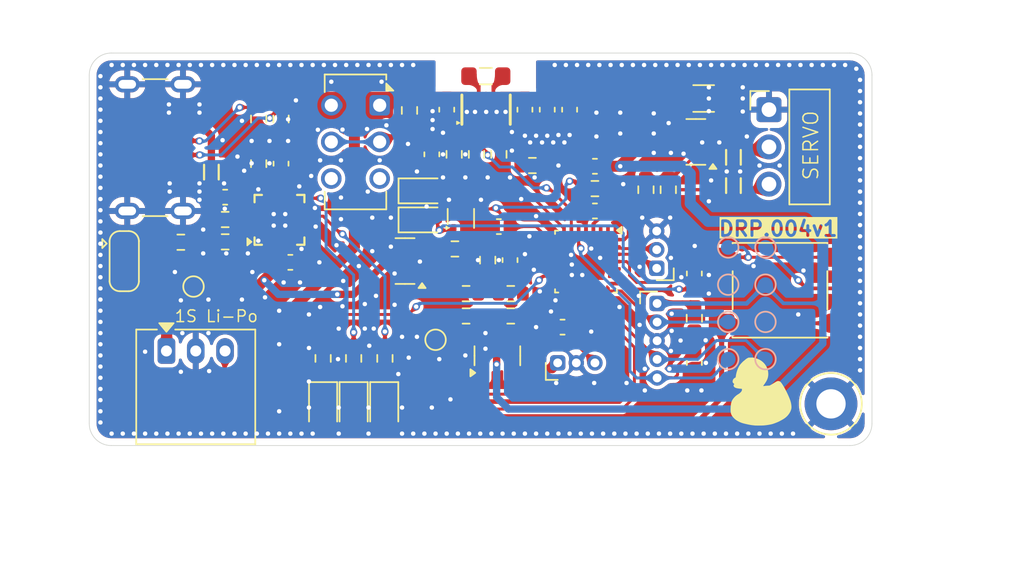
<source format=kicad_pcb>
(kicad_pcb (version 20241229) (generator "pcbnew") (generator_version "9.0")
  (title_block (title "DRP.004") (date "2025-04-06") (rev "v1") (company "SaintCarbonara"))
  (layers (0 "F.Cu" signal) (2 "B.Cu" signal) (13 "F.Paste" user) (15 "B.Paste" user) (5 "F.SilkS" user "F.Silkscreen") (7 "B.SilkS" user "B.Silkscreen") (1 "F.Mask" user) (3 "B.Mask" user) (25 "Edge.Cuts" user))
  (net 0 "")
  (net 1 "+3V3")
  (net 2 "GND")
  (net 3 "ON_DETECT")
  (net 4 "EN_SYS")
  (net 5 "/power/power_control/SWITCH")
  (net 6 "ON_LATCH")
  (net 7 "/power/DC-DC_FB")
  (net 8 "VSYS")
  (net 9 "VBUS")
  (net 10 "+BATT")
  (net 11 "Net-(D3-K)")
  (net 12 "Net-(D4-K)")
  (net 13 "CHRG")
  (net 14 "PGOOD")
  (net 15 "TS")
  (net 16 "Net-(D5-K)")
  (net 17 "LED_RED")
  (net 18 "Net-(J2-CC2)")
  (net 19 "Net-(J2-CC1)")
  (net 20 "ADC_BATT")
  (net 21 "NRST")
  (net 22 "Net-(J6-Pin_1)")
  (net 23 "ADC_LDR")
  (net 24 "Net-(J1-Pin_3)")
  (net 25 "SERWO_PWM")
  (net 26 "Net-(J3-Pin_2)")
  (net 27 "SWCLK")
  (net 28 "SWDIO")
  (net 29 "USART_RX")
  (net 30 "USART_TX")
  (net 31 "Net-(JP1-A)")
  (net 32 "Net-(U2-L2)")
  (net 33 "Net-(U2-L1)")
  (net 34 "Net-(Q1-G)")
  (net 35 "Net-(Q2-S)")
  (net 36 "Net-(Q2-G)")
  (net 37 "Net-(Q4-G)")
  (net 38 "Net-(U1-ILIM)")
  (net 39 "Net-(U1-TMR)")
  (net 40 "Net-(U1-ISET)")
  (net 41 "MODE_SW")
  (net 42 "EN_SERVO")
  (net 43 "EN_LOAD_BATT")
  (net 44 "EN_LDR")
  (footprint "Capacitor_SMD:C_0603_1608Metric" (layer "F.Cu") (at 121.666 59.69)
    (property "Reference" "C8" (hide yes))
    (property "Value" "4.7uF" (hide yes))
  )
  (footprint "Package_TO_SOT_SMD:SOT-23" (layer "F.Cu") (at 149.3289 51.4756 180)
    (property "Reference" "Q1" (hide yes))
    (property "Value" "2N7002" (hide yes))
  )
  (footprint "STM32G031G8Ux:QFN-28_4x4mm_P0.5mm" (layer "F.Cu") (at 141.8336 59.6392 -90)
    (property "Reference" "U6" (hide yes))
    (property "Value" "STM32G031G8Ux" (hide yes))
  )
  (footprint "LED_SMD:LED_0805_2012Metric" (layer "F.Cu") (at 123.9012 69.5452 -90)
    (property "Reference" "D5" (hide yes))
    (property "Value" "LED" (hide yes))
  )
  (footprint "SOT-523:SOT-523" (layer "F.Cu") (at 133.2992 56.6928 90)
    (property "Reference" "Q3" (hide yes))
    (property "Value" "DTC143Z" (hide yes))
  )
  (footprint "TPD1E10B06DPYR:X1SON-2_L1.0-W0.6-P0.65-BI" (layer "F.Cu") (at 116.2812 53.5352 -90)
    (property "Reference" "U7" (hide yes))
    (property "Value" "TPD1E10B06DPYR" (hide yes))
  )
  (footprint "Capacitor_SMD:C_0603_1608Metric" (layer "F.Cu") (at 140.2334 64.1096 180)
    (property "Reference" "C16" (hide yes))
    (property "Value" "10nF" (hide yes))
  )
  (footprint "TestPoint:TestPoint_Loop_D3.80mm_Drill2.0mm" (layer "F.Cu") (at 158.5468 69.342)
    (property "Reference" "TP6" (hide yes))
    (property "Value" "TestPoint" (hide yes))
  )
  (footprint "Resistor_SMD:R_0603_1608Metric" (layer "F.Cu") (at 133.6548 61.8236)
    (property "Reference" "R15" (hide yes))
    (property "Value" "100k" (hide yes))
  )
  (footprint "Capacitor_SMD:C_0603_1608Metric" (layer "F.Cu") (at 131.318 52.324 -90)
    (property "Reference" "C7" (hide yes))
    (property "Value" "0.1uF" (hide yes))
  )
  (footprint "LED_SMD:LED_0805_2012Metric" (layer "F.Cu") (at 125.984 69.5452 -90)
    (property "Reference" "D3" (hide yes))
    (property "Value" "LED" (hide yes))
  )
  (footprint "Capacitor_SMD:C_0603_1608Metric" (layer "F.Cu") (at 142.4432 56.1848 180)
    (property "Reference" "C13" (hide yes))
    (property "Value" "0.1uF" (hide yes))
  )
  (footprint "Resistor_SMD:R_0603_1608Metric" (layer "F.Cu") (at 117.221 56.769 180)
    (property "Reference" "R4" (hide yes))
    (property "Value" "33k" (hide yes))
  )
  (footprint "TPD1E10B06DPYR:X1SON-2_L1.0-W0.6-P0.65-BI" (layer "F.Cu") (at 151.892 54.4576 90)
    (property "Reference" "U4" (hide yes))
    (property "Value" "TPD1E10B06DPYR" (hide yes))
  )
  (footprint "Capacitor_SMD:C_0603_1608Metric" (layer "F.Cu") (at 137.668 49.276 -90)
    (property "Reference" "C3" (hide yes))
    (property "Value" "22uF" (hide yes))
  )
  (footprint "Capacitor_SMD:C_0603_1608Metric" (layer "F.Cu") (at 136.652 59.5376 -90)
    (property "Reference" "C9" (hide yes))
    (property "Value" "10nF" (hide yes))
  )
  (footprint "Capacitor_SMD:C_0603_1608Metric" (layer "F.Cu") (at 121.031 52.959 90)
    (property "Reference" "C1" (hide yes))
    (property "Value" "4.7uF" (hide yes))
  )
  (footprint "conn:PinHeader_1x03_P1.27mm_Vertical" (layer "F.Cu") (at 139.9032 66.548 90)
    (property "Reference" "J6" (hide yes))
    (property "Value" "Conn_01x03_Pin" (hide yes))
  )
  (footprint "Capacitor_SMD:C_0603_1608Metric" (layer "F.Cu") (at 132.334 49.276 -90)
    (property "Reference" "C2" (hide yes))
    (property "Value" "10uF" (hide yes))
  )
  (footprint "SWITCHES:SW_SPST_PTS645" (layer "F.Cu") (at 155.067 61.595 180)
    (property "Reference" "SW2" (hide yes))
    (property "Value" "SW_Push" (hide yes))
  )
  (footprint "Capacitor_SMD:C_0603_1608Metric" (layer "F.Cu") (at 140.716 49.276 -90)
    (property "Reference" "C5" (hide yes))
    (property "Value" "22uF" (hide yes))
  )
  (footprint "Connector_USB:USB_C_Receptacle_GCT_USB4125-xx-x-0190_6P_TopMnt_Horizontal" (layer "F.Cu") (at 111.3408 51.8648 -90)
    (property "Reference" "J2" (hide yes))
    (property "Value" "USB_C_Receptacle_PowerOnly_6P" (hide yes))
  )
  (footprint "Package_TO_SOT_SMD:SOT-23" (layer "F.Cu") (at 129.4892 59.6025 180)
    (property "Reference" "Q2" (hide yes))
    (property "Value" "2N7002" (hide yes))
  )
  (footprint "Resistor_SMD:R_0603_1608Metric" (layer "F.Cu") (at 128.1176 66.2432 -90)
    (property "Reference" "R21" (hide yes))
    (property "Value" "100" (hide yes))
  )
  (footprint "Capacitor_SMD:C_1206_3216Metric" (layer "F.Cu") (at 149.8618 48.514)
    (property "Reference" "C15" (hide yes))
    (property "Value" "47uF" (hide yes))
  )
  (footprint "DUCK:DUCK" (layer "F.Cu") (at 153.8224 68.5292)
    (property "Reference" "#G1" (hide yes))
    (property "Value" "LOGO" (hide yes))
  )
  (footprint "Resistor_SMD:R_0603_1608Metric" (layer "F.Cu") (at 123.9012 66.2432 -90)
    (property "Reference" "R23" (hide yes))
    (property "Value" "100" (hide yes))
  )
  (footprint "Resistor_SMD:R_0603_1608Metric" (layer "F.Cu") (at 135.89 52.324 -90)
    (property "Reference" "R6" (hide yes))
    (property "Value" "33k" (hide yes))
  )
  (footprint "TPD1E10B06DPYR:X1SON-2_L1.0-W0.6-P0.65-BI" (layer "F.Cu") (at 151.892 52.5272 90)
    (property "Reference" "U5" (hide yes))
    (property "Value" "TPD1E10B06DPYR" (hide yes))
  )
  (footprint "Resistor_SMD:R_0603_1608Metric" (layer "F.Cu") (at 114.1984 58.3184 180)
    (property "Reference" "R9" (hide yes))
    (property "Value" "10k" (hide yes))
  )
  (footprint "Capacitor_SMD:C_0603_1608Metric" (layer "F.Cu") (at 135.89 57.2516 180)
    (property "Reference" "C10" (hide yes))
    (property "Value" "0.1uF" (hide yes))
  )
  (footprint "Resistor_SMD:R_0603_1608Metric" (layer "F.Cu") (at 119.507 49.911 90)
    (property "Reference" "R11" (hide yes))
    (property "Value" "5.1k" (hide yes))
  )
  (footprint "Resistor_SMD:R_0603_1608Metric" (layer "F.Cu") (at 135.128 59.5376 90)
    (property "Reference" "R17" (hide yes))
    (property "Value" "10k" (hide yes))
  )
  (footprint "Resistor_SMD:R_0603_1608Metric" (layer "F.Cu") (at 132.8928 58.7756 180)
    (property "Reference" "R16" (hide yes))
    (property "Value" "10k" (hide yes))
  )
  (footprint "Resistor_SMD:R_0603_1608Metric" (layer "F.Cu") (at 136.7028 63.3476 180)
    (property "Reference" "R22" (hide yes))
    (property "Value" "10k" (hide yes))
  )
  (footprint "Capacitor_SMD:C_0603_1608Metric" (layer "F.Cu") (at 117.221 55.245 180)
    (property "Reference" "C6" (hide yes))
    (property "Value" "1uF" (hide yes))
  )
  (footprint "Resistor_SMD:R_0603_1608Metric" (layer "F.Cu") (at 132.842 52.324 90)
    (property "Reference" "R7" (hide yes))
    (property "Value" "10k" (hide yes))
  )
  (footprint "Resistor_SMD:R_0603_1608Metric" (layer "F.Cu") (at 149.225 63.5 90)
    (property "Reference" "R19" (hide yes))
    (property "Value" "100k" (hide yes))
  )
  (footprint "Jumper:SolderJumper-3_P1.3mm_Open_RoundedPad1.0x1.5mm" (layer "F.Cu") (at 110.3376 59.6092 -90)
    (property "Reference" "JP1" (hide yes))
    (property "Value" "SolderJumper_3_Open" (hide yes))
  )
  (footprint "Diode_SMD:D_SOD-323" (layer "F.Cu") (at 130.6576 56.7944)
    (property "Reference" "D2" (hide yes))
    (property "Value" "1N4148WS" (hide yes))
  )
  (footprint "Resistor_SMD:R_0603_1608Metric" (layer "F.Cu") (at 133.6548 63.3476)
    (property "Reference" "R24" (hide yes))
    (property "Value" "100k" (hide yes))
  )
  (footprint "TPS63802:DLA0010A" (layer "F.Cu") (at 135.016999 49.276 90)
    (property "Reference" "U2" (hide yes))
    (property "Value" "TPS63802DLAR" (hide yes))
  )
  (footprint "conn:PinHeader_1x03_P1.27mm_Vertical" (layer "F.Cu") (at 146.6596 60.0964 180)
    (property "Reference" "J5" (hide yes))
    (property "Value" "Conn_01x03_Pin" (hide yes))
  )
  (footprint "Resistor_SMD:R_0603_1608Metric" (layer "F.Cu") (at 125.984 66.2432 -90)
    (property "Reference" "R20" (hide yes))
    (property "Value" "100" (hide yes))
  )
  (footprint "Capacitor_SMD:C_0603_1608Metric" (layer "F.Cu") (at 139.192 49.276 -90)
    (property "Reference" "C4" (hide yes))
    (property "Value" "22uF" (hide yes))
  )
  (footprint "Inductor_SMD:L_0805_2012Metric_Pad1.05x1.20mm_HandSolder" (layer "F.Cu") (at 135.001 46.99)
    (property "Reference" "L1" (hide yes))
    (property "Value" "0.47uh" (hide yes))
  )
  (footprint "Capacitor_SMD:C_0603_1608Metric" (layer "F.Cu") (at 149.225 66.548 -90)
    (property "Reference" "C14" (hide yes))
    (property "Value" "0.1uF" (hide yes))
  )
  (footprint "Resistor_SMD:R_0603_1608Metric" (layer "F.Cu") (at 136.7028 61.8236 180)
    (property "Reference" "R13" (hide yes))
    (property "Value" "10k" (hide yes))
  )
  (footprint "Resistor_SMD:R_0603_1608Metric" (layer "F.Cu") (at 129.794 49.3268 90)
    (property "Reference" "R1" (hide yes))
    (property "Value" "0" (hide yes))
  )
  (footprint "Capacitor_SMD:C_0603_1608Metric" (layer "F.Cu") (at 149.225 60.452 90)
    (property "Reference" "C11" (hide yes))
    (property "Value" "0.1uF" (hide yes))
  )
  (footprint "Button_Switch_THT:SW_CK_JS202011CQN_DPDT_Straight" (layer "F.Cu") (at 127.76 48.975 -90)
    (property "Reference" "SW1" (hide yes))
    (property "Value" "SW_Slide_DPDT" (hide yes))
  )
  (footprint "conn:PinHeader_1x05_P1.27mm_Vertical" (layer "F.Cu") (at 146.685 62.497)
    (property "Reference" "J4" (hide yes))
    (property "Value" "Conn_01x05_Pin" (hide yes))
  )
  (footprint "Resistor_SMD:R_0603_1608Metric" (layer "F.Cu") (at 142.4432 54.6608)
    (property "Reference" "R18" (hide yes))
    (property "Value" "10k" (hide yes))
  )
  (footprint "Diode_SMD:D_SOD-323" (layer "F.Cu") (at 130.6576 54.8132)
    (property "Reference" "D1" (hide yes))
    (property "Value" "1N4148WS" (hide yes))
  )
  (footprint "Resistor_SMD:R_0603_1608Metric" (layer "F.Cu") (at 134.366 52.324 90)
    (property "Reference" "R8" (hide yes))
    (property "Value" "10k" (hide yes))
  )
  (footprint "LED_SMD:LED_0805_2012Metric" (layer "F.Cu") (at 128.0696 69.5452 -90)
    (property "Reference" "D4" (hide yes))
    (property "Value" "LED" (hide yes))
  )
  (footprint "Package_TO_SOT_SMD:SOT-23" (layer "F.Cu") (at 135.7884 66.0631 90)
    (property "Reference" "Q4" (hide yes))
    (property "Value" "2N7002" (hide yes))
  )
  (footprint "Resistor_SMD:R_0603_1608Metric" (layer "F.Cu") (at 147.447 54.737 90)
    (property "Reference" "R12" (hide yes))
    (property "Value" "10k" (hide yes))
  )
  (footprint "TestPoint:TestPoint_Pad_D1.0mm" (layer "F.Cu") (at 131.572 64.9732)
    (property "Reference" "TP7" (hide yes))
    (property "Value" "TestPoint" (hide yes))
  )
  (footprint "Capacitor_SMD:C_0603_1608Metric" (layer "F.Cu") (at 142.4432 53.1368 180)
    (property "Reference" "C12" (hide yes))
    (property "Value" "4.7uF" (hide yes))
  )
  (footprint "conn:PinHeader_1x03_P2.54mm_Horizontal" (layer "F.Cu") (at 154.3142 49.276)
    (property "Reference" "J3" (hide yes))
    (property "Value" "Conn_01x03_Pin" (hide yes))
  )
  (footprint "conn:JST_PH_S3B-PH-K_1x03_P2.00mm_Horizontal" (layer "F.Cu") (at 113.2144 65.7352)
    (property "Reference" "J1" (hide yes))
    (property "Value" "Conn_01x03_Pin" (hide yes))
  )
  (footprint "Resistor_SMD:R_0603_1608Metric" (layer "F.Cu") (at 119.507 52.959 90)
    (property "Reference" "R3" (hide yes))
    (property "Value" "1.8k" (hide yes))
  )
  (footprint "BQ24703:RGT16_1P7X1P7" (layer "F.Cu") (at 120.925864 56.791796 90)
    (property "Reference" "U1" (hide yes))
    (property "Value" "BQ24073RGTR" (hide yes))
  )
  (footprint "Resistor_SMD:R_0603_1608Metric" (layer "F.Cu") (at 121.031 49.911 90)
    (property "Reference" "R10" (hide yes))
    (property "Value" "5.1k" (hide yes))
  )
  (footprint "TestPoint:TestPoint_Pad_D1.0mm" (layer "F.Cu") (at 115.062 61.341)
    (property "Reference" "TP3" (hide yes))
    (property "Value" "TestPoint" (hide yes))
  )
  (footprint "Resistor_SMD:R_0603_1608Metric" (layer "F.Cu") (at 138.176 53.086 180)
    (property "Reference" "R2" (hide yes))
    (property "Value" "180k" (hide yes))
  )
  (footprint "Resistor_SMD:R_0603_1608Metric" (layer "F.Cu") (at 117.221 58.293)
    (property "Reference" "R5" (hide yes))
    (property "Value" "3.3k" (hide yes))
  )
  (footprint "Resistor_SMD:R_0603_1608Metric" (layer "F.Cu") (at 145.923 54.737 90)
    (property "Reference" "R14" (hide yes))
    (property "Value" "100k" (hide yes))
  )
  (footprint "TestPoint:TestPoint_Pad_D1.0mm" (layer "B.Cu") (at 154.0764 58.674 180)
    (property "Reference" "TP1" (hide yes))
    (property "Value" "TestPoint" (hide yes))
  )
  (footprint "TestPoint:TestPoint_Pad_D1.0mm" (layer "B.Cu") (at 151.5364 63.754 180)
    (property "Reference" "TP4" (hide yes))
    (property "Value" "TestPoint" (hide yes))
  )
  (footprint "TestPoint:TestPoint_Pad_D1.0mm" (layer "B.Cu") (at 151.5364 58.674 180)
    (property "Reference" "TP11" (hide yes))
    (property "Value" "TestPoint" (hide yes))
  )
  (footprint "TestPoint:TestPoint_Pad_D1.0mm" (layer "B.Cu") (at 151.5364 61.214 180)
    (property "Reference" "TP5" (hide yes))
    (property "Value" "TestPoint" (hide yes))
  )
  (footprint "TestPoint:TestPoint_Pad_D1.0mm" (layer "B.Cu") (at 154.0764 66.294 90)
    (property "Reference" "TP9" (hide yes))
    (property "Value" "TestPoint" (hide yes))
  )
  (footprint "TestPoint:TestPoint_Pad_D1.0mm" (layer "B.Cu") (at 154.0764 61.214 180)
    (property "Reference" "TP2" (hide yes))
    (property "Value" "TestPoint" (hide yes))
  )
  (footprint "TestPoint:TestPoint_Pad_D1.0mm" (layer "B.Cu") (at 151.5364 66.294 -90)
    (property "Reference" "TP10" (hide yes))
    (property "Value" "TestPoint" (hide yes))
  )
  (footprint "TestPoint:TestPoint_Pad_D1.0mm" (layer "B.Cu") (at 154.0764 63.754 180)
    (property "Reference" "TP8" (hide yes))
    (property "Value" "TestPoint" (hide yes))
  )
  (gr_line (start 109.45 45.4152) (end 159.8408 45.4152) (stroke (width 0.05)) (layer "Edge.Cuts"))
  (gr_line (start 161.3408 46.9152) (end 161.3408 70.6868) (stroke (width 0.05)) (layer "Edge.Cuts"))
  (gr_arc (start 161.3408 70.6868) (mid 160.90146 71.74746) (end 159.8408 72.1868) (stroke (width 0.05)) (layer "Edge.Cuts"))
  (gr_line (start 159.8408 72.1868) (end 109.45 72.1868) (stroke (width 0.05)) (layer "Edge.Cuts"))
  (gr_arc (start 109.45 72.1868) (mid 108.38934 71.74746) (end 107.95 70.6868) (stroke (width 0.05)) (layer "Edge.Cuts"))
  (gr_line (start 107.95 70.6868) (end 107.95 46.9152) (stroke (width 0.05)) (layer "Edge.Cuts"))
  (gr_arc (start 159.8408 45.4152) (mid 160.90146 45.85454) (end 161.3408 46.9152) (stroke (width 0.05)) (layer "Edge.Cuts"))
  (gr_arc (start 107.95 46.9152) (mid 108.38934 45.85454) (end 109.45 45.4152) (stroke (width 0.05)) (layer "Edge.Cuts"))
  (gr_text "1S Li-Po" (at 113.7144 63.8352 0) (layer "F.SilkS") (effects (font (size 0.8 0.8) (thickness 0.1)) (justify left bottom)))
  (gr_text "DRP.004${REVISION}" (at 154.94 57.404 0) (layer "F.SilkS" knockout) (effects (font (size 1 1) (thickness 0.2) (bold yes))))
  (gr_text "SERVO" (at 157.1752 51.7144 90) (layer "F.SilkS") (effects (font (size 1 1) (thickness 0.1))))
  (segment (start 142.3336 57.7017) (end 142.3336 57.0694) (width 0.25) (layer "F.Cu") (net 1))
  (segment (start 145.4912 48.514) (end 148.3868 48.514) (width 0.75) (layer "F.Cu") (net 1))
  (segment (start 149.225 62.675) (end 148.9832 62.4332) (width 0.3) (layer "F.Cu") (net 1))
  (segment (start 142.3336 57.0694) (end 143.2182 56.1848) (width 0.25) (layer "F.Cu") (net 1))
  (segment (start 144.1704 53.1368) (end 144.1704 53.1114) (width 0.75) (layer "F.Cu") (net 1))
  (segment (start 143.2682 54.6108) (end 143.2182 54.6608) (width 0.75) (layer "F.Cu") (net 1))
  (segment (start 149.2636 62.6364) (end 149.225 62.675) (width 0.3) (layer "F.Cu") (net 1))
  (segment (start 144.1704 53.1114) (end 145.4912 51.7906) (width 0.75) (layer "F.Cu") (net 1))
  (segment (start 144.1704 53.1368) (end 143.2682 53.1368) (width 0.75) (layer "F.Cu") (net 1))
  (segment (start 141.8336 48.501) (end 141.8336 50.8508) (width 0.254) (layer "F.Cu") (net 1))
  (segment (start 139.192 48.501) (end 140.716 48.501) (width 0.75) (layer "F.Cu") (net 1))
  (segment (start 137.668 48.501) (end 139.192 48.501) (width 0.75) (layer "F.Cu") (net 1))
  (segment (start 145.4912 51.7906) (end 145.4912 48.514) (width 0.75) (layer "F.Cu") (net 1))
  (segment (start 143.2182 54.6608) (end 143.2182 56.1848) (width 0.75) (layer "F.Cu") (net 1))
  (segment (start 139.827 52.197) (end 139.001 53.023) (width 0.254) (layer "F.Cu") (net 1))
  (segment (start 135.7376 65.1764) (end 135.7884 65.1256) (width 0.5) (layer "F.Cu") (net 1))
  (segment (start 135.7376 66.6496) (end 135.7376 65.1764) (width 0.5) (layer "F.Cu") (net 1))
  (segment (start 140.4874 52.197) (end 139.827 52.197) (width 0.254) (layer "F.Cu") (net 1))
  (segment (start 141.8336 50.8508) (end 140.4874 52.197) (width 0.254) (layer "F.Cu") (net 1))
  (segment (start 139.001 53.023) (end 139.001 53.086) (width 0.254) (layer "F.Cu") (net 1))
  (segment (start 148.3868 48.514) (end 148.3868 51.471) (width 0.75) (layer "F.Cu") (net 1))
  (segment (start 143.2682 53.1368) (end 143.2682 54.6108) (width 0.75) (layer "F.Cu") (net 1))
  (segment (start 149.4536 62.6364) (end 149.2636 62.6364) (width 0.3) (layer "F.Cu") (net 1))
  (segment (start 146.7488 62.4332) (end 146.685 62.497) (width 0.3) (layer "F.Cu") (net 1))
  (segment (start 140.716 48.501) (end 141.8336 48.501) (width 0.75) (layer "F.Cu") (net 1))
  (segment (start 141.8336 48.501) (end 141.8466 48.514) (width 0.75) (layer "F.Cu") (net 1))
  (segment (start 148.9832 62.4332) (end 146.7488 62.4332) (width 0.3) (layer "F.Cu") (net 1))
  (segment (start 148.3868 51.471) (end 148.3914 51.4756) (width 0.75) (layer "F.Cu") (net 1))
  (segment (start 141.8466 48.514) (end 145.4912 48.514) (width 0.75) (layer "F.Cu") (net 1))
  (via (at 135.7376 66.6496) (size 0.5) (drill 0.3) (layers "F.Cu" "B.Cu") (net 1))
  (via (at 144.1704 53.1368) (size 0.5) (drill 0.3) (layers "F.Cu" "B.Cu") (net 1))
  (segment (start 157.988 65.2272) (end 157.988 62.484) (width 0.5) (layer "B.Cu") (net 1))
  (segment (start 148.4376 53.1368) (end 148.9456 53.6448) (width 0.75) (layer "B.Cu") (net 1))
  (segment (start 150.1648 56.896) (end 156.718 56.896) (width 0.75) (layer "B.Cu") (net 1))
  (segment (start 148.9456 55.6768) (end 150.1648 56.896) (width 0.75) (layer "B.Cu") (net 1))
  (segment (start 136.5504 69.6976) (end 153.5176 69.6976) (width 0.5) (layer "B.Cu") (net 1))
  (segment (start 155.2956 62.484) (end 157.988 62.484) (width 0.25) (layer "B.Cu") (net 1))
  (segment (start 146.685 62.497) (end 152.7934 62.497) (width 0.3) (layer "B.Cu") (net 1))
  (segment (start 135.7376 66.6496) (end 135.7376 68.8848) (width 0.5) (layer "B.Cu") (net 1))
  (segment (start 135.7376 68.8848) (end 136.5504 69.6976) (width 0.5) (layer "B.Cu") (net 1))
  (segment (start 157.988 58.166) (end 157.988 62.484) (width 0.75) (layer "B.Cu") (net 1))
  (segment (start 153.5176 69.6976) (end 157.988 65.2272) (width 0.5) (layer "B.Cu") (net 1))
  (segment (start 152.7934 62.497) (end 154.0764 61.214) (width 0.3) (layer "B.Cu") (net 1))
  (segment (start 154.0764 61.2648) (end 155.2956 62.484) (width 0.25) (layer "B.Cu") (net 1))
  (segment (start 148.9456 53.6448) (end 148.9456 55.6768) (width 0.75) (layer "B.Cu") (net 1))
  (segment (start 154.0764 61.214) (end 154.0764 61.2648) (width 0.25) (layer "B.Cu") (net 1))
  (segment (start 144.1704 53.1368) (end 148.4376 53.1368) (width 0.75) (layer "B.Cu") (net 1))
  (segment (start 156.718 56.896) (end 157.988 58.166) (width 0.75) (layer "B.Cu") (net 1))
  (segment (start 121.664865 56.052795) (end 121.319564 56.398096) (width 0.25) (layer "F.Cu") (net 2))
  (segment (start 122.389677 56.052795) (end 121.664865 56.052795) (width 0.25) (layer "F.Cu") (net 2))
  (segment (start 122.400865 57.041859) (end 121.463201 57.041859) (width 0.25) (layer "F.Cu") (net 2))
  (segment (start 121.319564 57.426438) (end 121.675865 57.782739) (width 0.25) (layer "F.Cu") (net 2))
  (segment (start 122.400865 56.041607) (end 122.389677 56.052795) (width 0.25) (layer "F.Cu") (net 2))
  (segment (start 142.1892 58.7502) (end 142.1892 58.52474) (width 0.25) (layer "F.Cu") (net 2))
  (segment (start 121.319564 57.185496) (end 121.319564 57.426438) (width 0.25) (layer "F.Cu") (net 2))
  (segment (start 142.1892 58.52474) (end 141.8336 58.16914) (width 0.25) (layer "F.Cu") (net 2))
  (segment (start 121.675865 57.782739) (end 121.675865 58.266797) (width 0.25) (layer "F.Cu") (net 2))
  (segment (start 121.463201 57.041859) (end 121.319564 57.185496) (width 0.25) (layer "F.Cu") (net 2))
  (segment (start 120.388527 57.041859) (end 120.532164 57.185496) (width 0.25) (layer "F.Cu") (net 2))
  (segment (start 141.8336 58.16914) (end 141.8336 57.7017) (width 0.25) (layer "F.Cu") (net 2))
  (segment (start 119.450863 57.041859) (end 120.388527 57.041859) (width 0.25) (layer "F.Cu") (net 2))
  (via (at 125.2248 50.636365) (size 0.5) (drill 0.3) (layers "F.Cu" "B.Cu") (net 2))
  (via (at 145.4912 59.9948) (size 0.5) (drill 0.3) (layers "F.Cu" "B.Cu") (net 2))
  (via (at 115.4684 49.4792) (size 0.5) (drill 0.3) (layers "F.Cu" "B.Cu") (net 2))
  (via (at 147.6756 63.1952) (size 0.5) (drill 0.3) (layers "F.Cu" "B.Cu") (net 2))
  (via (at 138.43 56.5404) (size 0.5) (drill 0.3) (layers "F.Cu" "B.Cu") (net 2))
  (via (at 153.2636 59.944) (size 0.5) (drill 0.3) (layers "F.Cu" "B.Cu") (net 2))
  (via (at 137.414 55.372) (size 0.5) (drill 0.3) (layers "F.Cu" "B.Cu") (net 2))
  (via (at 127 69.596) (size 0.5) (drill 0.3) (layers "F.Cu" "B.Cu") (net 2))
  (via (at 150.368 46.228) (size 0.5) (drill 0.3) (layers "F.Cu" "B.Cu") (net 2))
  (via (at 148.2852 65.024) (size 0.5) (drill 0.3) (layers "F.Cu" "B.Cu") (net 2))
  (via (at 134.6708 55.4228) (size 0.5) (drill 0.3) (layers "F.Cu" "B.Cu") (net 2))
  (via (at 111.76 46.228) (size 0.5) (drill 0.3) (layers "F.Cu" "B.Cu") (net 2))
  (via (at 108.712 59.182) (size 0.5) (drill 0.3) (layers "F.Cu" "B.Cu") (net 2))
  (via (at 129.032 67.31) (size 0.5) (drill 0.3) (layers "F.Cu" "B.Cu") (net 2))
  (via (at 160.528 52.578) (size 0.5) (drill 0.3) (layers "F.Cu" "B.Cu") (net 2))
  (via (at 124.46 47.371) (size 0.5) (drill 0.3) (layers "F.Cu" "B.Cu") (net 2))
  (via (at 152.908 71.374) (size 0.5) (drill 0.3) (layers "F.Cu" "B.Cu") (net 2))
  (via (at 146.812 71.374) (size 0.5) (drill 0.3) (layers "F.Cu" "B.Cu") (net 2))
  (via (at 117.094 71.374) (size 0.5) (drill 0.3) (layers "F.Cu" "B.Cu") (net 2))
  (via (at 111.76 65.786) (size 0.5) (drill 0.3) (layers "F.Cu" "B.Cu") (net 2))
  (via (at 134.9756 65.5828) (size 0.5) (drill 0.3) (layers "F.Cu" "B.Cu") (net 2))
  (via (at 123.19 71.374) (size 0.5) (drill 0.3) (layers "F.Cu" "B.Cu") (net 2))
  (via (at 120.2436 51.4096) (size 0.5) (drill 0.3) (layers "F.Cu" "B.Cu") (net 2))
  (via (at 108.712 52.324) (size 0.5) (drill 0.3) (layers "F.Cu" "B.Cu") (net 2))
  (via (at 155.956 71.374) (size 0.5) (drill 0.3) (layers "F.Cu" "B.Cu") (net 2))
  (via (at 152.527 49.403) (size 0.5) (drill 0.3) (layers "F.Cu" "B.Cu") (net 2))
  (via (at 114.1984 62.2808) (size 0.5) (drill 0.3) (layers "F.Cu" "B.Cu") (net 2))
  (via (at 148.7424 68.4276) (size 0.5) (drill 0.3) (layers "F.Cu" "B.Cu") (net 2))
  (via (at 150.2156 60.5536) (size 0.5) (drill 0.3) (layers "F.Cu" "B.Cu") (net 2))
  (via (at 145.669 56.642) (size 0.5) (drill 0.3) (layers "F.Cu" "B.Cu") (net 2))
  (via (at 142.3924 67.9196) (size 0.5) (drill 0.3) (layers "F.Cu" "B.Cu") (net 2))
  (via (at 113.3856 48.9204) (size 0.5) (drill 0.3) (layers "F.Cu" "B.Cu") (net 2))
  (via (at 142.5448 51.1048) (size 0.5) (drill 0.3) (layers "F.Cu" "B.Cu") (net 2))
  (via (at 114.3 64.516) (size 0.5) (drill 0.3) (layers "F.Cu" "B.Cu") (net 2))
  (via (at 125.1204 52.7304) (size 0.5) (drill 0.3) (layers "F.Cu" "B.Cu") (net 2))
  (via (at 129.6924 51.6128) (size 0.5) (drill 0.3) (layers "F.Cu" "B.Cu") (net 2))
  (via (at 148.082 46.228) (size 0.5) (drill 0.3) (layers "F.Cu" "B.Cu") (net 2))
  (via (at 119.0244 51.4096) (size 0.5) (drill 0.3) (layers "F.Cu" "B.Cu") (net 2))
  (via (at 136.144 71.374) (size 0.5) (drill 0.3) (layers "F.Cu" "B.Cu") (net 2))
  (via (at 115.7224 59.0804) (size 0.5) (drill 0.3) (layers "F.Cu" "B.Cu") (net 2))
  (via (at 122.3264 61.0616) (size 0.5) (drill 0.3) (layers "F.Cu" "B.Cu") (net 2))
  (via (at 122.428 58.7756) (size 0.5) (drill 0.3) (layers "F.Cu" "B.Cu") (net 2))
  (via (at 127.3556 64.2112) (size 0.5) (drill 0.3) (layers "F.Cu" "B.Cu") (net 2))
  (via (at 121.5136 49.9364) (size 0.5) (drill 0.3) (layers "F.Cu" "B.Cu") (net 2))
  (via (at 160.528 64.77) (size 0.5) (drill 0.3) (layers "F.Cu" "B.Cu") (net 2))
  (via (at 129.286 46.228) (size 0.5) (drill 0.3) (layers "F.Cu" "B.Cu") (net 2))
  (via (at 142.1892 58.7502) (size 0.5) (drill 0.3) (layers "F.Cu" "B.Cu") (net 2))
  (via (at 125.222 62.6872) (size 0.5) (drill 0.3) (layers "F.Cu" "B.Cu") (net 2))
  (via (at 138.43 64.1096) (size 0.5) (drill 0.3) (layers "F.Cu" "B.Cu") (net 2))
  (via (at 145.8468 68.4276) (size 0.5) (drill 0.3) (layers "F.Cu" "B.Cu") (net 2))
  (via (at 126.3396 59.944) (size 0.5) (drill 0.3) (layers "F.Cu" "B.Cu") (net 2))
  (via (at 120.904 65.278) (size 0.5) (drill 0.3) (layers "F.Cu" "B.Cu") (net 2))
  (via (at 160.274 46.482) (size 0.5) (drill 0.3) (layers "F.Cu" "B.Cu") (net 2))
  (via (at 138.684 61.6712) (size 0.5) (drill 0.3) (layers "F.Cu" "B.Cu") (net 2))
  (via (at 160.528 67.056) (size 0.5) (drill 0.3) (layers "F.Cu" "B.Cu") (net 2))
  (via (at 108.712 51.562) (size 0.5) (drill 0.3) (layers "F.Cu" "B.Cu") (net 2))
  (via (at 119.38 46.228) (size 0.5) (drill 0.3) (layers "F.Cu" "B.Cu") (net 2))
  (via (at 134.9756 64.516) (size 0.5) (drill 0.3) (layers "F.Cu" "B.Cu") (net 2))
  (via (at 110.998 46.228) (size 0.5) (drill 0.3) (layers "F.Cu" "B.Cu") (net 2))
  (via (at 130.9624 55.88) (size 0.5) (drill 0.3) (layers "F.Cu" "B.Cu") (net 2))
  (via (at 123.19 46.228) (size 0.5) (drill 0.3) (layers "F.Cu" "B.Cu") (net 2))
  (via (at 130.5052 59.6392) (size 0.5) (drill 0.3) (layers "F.Cu" "B.Cu") (net 2))
  (via (at 122.2756 54.5084) (size 0.5) (drill 0.3) (layers "F.Cu" "B.Cu") (net 2))
  (via (at 136.3472 49.4284) (size 0.5) (drill 0.3) (layers "F.Cu" "B.Cu") (net 2))
  (via (at 139.7 46.228) (size 0.5) (drill 0.3) (layers "F.Cu" "B.Cu") (net 2))
  (via (at 160.528 50.292) (size 0.5) (drill 0.3) (layers "F.Cu" "B.Cu") (net 2))
  (via (at 160.528 66.294) (size 0.5) (drill 0.3) (layers "F.Cu" "B.Cu") (net 2))
  (via (at 150.0124 66.548) (size 0.5) (drill 0.3) (layers "F.Cu" "B.Cu") (net 2))
  (via (at 157.988 46.228) (size 0.5) (drill 0.3) (layers "F.Cu" "B.Cu") (net 2))
  (via (at 126.9492 54.864) (size 0.5) (drill 0.3) (layers "F.Cu" "B.Cu") (net 2))
  (via (at 123.3424 55.9816) (size 0.5) (drill 0.3) (layers "F.Cu" "B.Cu") (net 2))
  (via (at 124.9172 66.294) (size 0.5) (drill 0.3) (layers "F.Cu" "B.Cu") (net 2))
  (via (at 126.746 64.2112) (size 0.5) (drill 0.3) (layers "F.Cu" "B.Cu") (net 2))
  (via (at 139.7508 62.2808) (size 0.5) (drill 0.3) (layers "F.Cu" "B.Cu") (net 2))
  (via (at 151.384 71.374) (size 0.5) (drill 0.3) (layers "F.Cu" "B.Cu") (net 2))
  (via (at 149.2504 58.5724) (size 0.5) (drill 0.3) (layers "F.Cu" "B.Cu") (net 2))
  (via (at 115.4684 54.3052) (size 0.5) (drill 0.3) (layers "F.Cu" "B.Cu") (net 2))
  (via (at 131.3688 49.9872) (size 0.5) (drill 0.3) (layers "F.Cu" "B.Cu") (net 2))
  (via (at 147.5232 66.9544) (size 0.5) (drill 0.3) (layers "F.Cu" "B.Cu") (net 2))
  (via (at 128.778 60.452) (size 0.5) (drill 0.3) (layers "F.Cu" "B.Cu") (net 2))
  (via (at 125.1204 56.7436) (size 0.5) (drill 0.3) (layers "F.Cu" "B.Cu") (net 2))
  (via (at 115.57 46.228) (size 0.5) (drill 0.3) (layers "F.Cu" "B.Cu") (net 2))
  (via (at 128.524 58.6232) (size 0.5) (drill 0.3) (layers "F.Cu" "B.Cu") (net 2))
  (via (at 133.604 53.8988) (size 0.5) (drill 0.3) (layers "F.Cu" "B.Cu") (net 2))
  (via (at 129.286 69.596) (size 0.5) (drill 0.3) (layers "F.Cu" "B.Cu") (net 2))
  (via (at 130.048 46.228) (size 0.5) (drill 0.3) (layers "F.Cu" "B.Cu") (net 2))
  (via (at 108.712 46.99) (size 0.5) (drill 0.3) (layers "F.Cu" "B.Cu") (net 2))
  (via (at 144.3736 54.356) (size 0.5) (drill 0.3) (layers "F.Cu" "B.Cu") (net 2))
  (via (at 125.2728 60.96) (size 0.5) (drill 0.3) (layers "F.Cu" "B.Cu") (net 2))
  (via (at 139.954 53.086) (size 0.5) (drill 0.3) (layers "F.Cu" "B.Cu") (net 2))
  (via (at 109.474 71.374) (size 0.5) (drill 0.3) (layers "F.Cu" "B.Cu") (net 2))
  (via (at 120.904 62.992) (size 0.5) (drill 0.3) (layers "F.Cu" "B.Cu") (net 2))
  (via (at 149.606 46.228) (size 0.5) (drill 0.3) (layers "F.Cu" "B.Cu") (net 2))
  (via (at 140.8176 59.182) (size 0.5) (drill 0.3) (layers "F.Cu" "B.Cu") (net 2))
  (via (at 160.528 51.054) (size 0.5) (drill 0.3) (layers "F.Cu" "B.Cu") (net 2))
  (via (at 160.528 53.34) (size 0.5) (drill 0.3) (layers "F.Cu" "B.Cu") (net 2))
  (via (at 139.192 71.374) (size 0.5) (drill 0.3) (layers "F.Cu" "B.Cu") (net 2))
  (via (at 108.712 53.848) (size 0.5) (drill 0.3) (layers "F.Cu" "B.Cu") (net 2))
  (via (at 147.6248 65.7352) (size 0.5) (drill 0.3) (layers "F.Cu" "B.Cu") (net 2))
  (via (at 153.416 46.228) (size 0.5) (drill 0.3) (layers "F.Cu" "B.Cu") (net 2))
  (via (at 141.224 46.228) (size 0.5) (drill 0.3) (layers "F.Cu" "B.Cu") (net 2))
  (via (at 145.4912 63.9572) (size 0.5) (drill 0.3) (layers "F.Cu" "B.Cu") (net 2))
  (via (at 127.0508 65.3796) (size 0.5) (drill 0.3) (layers "F.Cu" "B.Cu") (net 2))
  (via (at 138.8364 51.5112) (size 0.5) (drill 0.3) (layers "F.Cu" "B.Cu") (net 2))
  (via (at 139.8016 67.9196) (size 0.5) (drill 0.3) (layers "F.Cu" "B.Cu") (net 2))
  (via (at 108.712 57.658) (size 0.5) (drill 0.3) (layers "F.Cu" "B.Cu") (net 2))
  (via (at 108.712 47.752) (size 0.5) (drill 0.3) (layers "F.Cu" "B.Cu") (net 2))
  (via (at 149.098 71.374) (size 0.5) (drill 0.3) (layers "F.Cu" "B.Cu") (net 2))
  (via (at 113.3856 49.4792) (size 0.5) (drill 0.3) (layers "F.Cu" "B.Cu") (net 2))
  (via (at 129.286 71.374) (size 0.5) (drill 0.3) (layers "F.Cu" "B.Cu") (net 2))
  (via (at 138.43 71.374) (size 0.5) (drill 0.3) (layers "F.Cu" "B.Cu") (net 2))
  (via (at 119.0752 60.3504) (size 0.5) (drill 0.3) (layers "F.Cu" "B.Cu") (net 2))
  (via (at 144.6006 67.9196) (size 0.5) (drill 0.3) (layers "F.Cu" "B.Cu") (net 2))
  (via (at 137.668 59.1312) (size 0.5) (drill 0.3) (layers "F.Cu" "B.Cu") (net 2))
  (via (at 130.302 64.77) (size 0.5) (drill 0.3) (layers "F.Cu" "B.Cu") (net 2))
  (via (at 146.4564 50.9016) (size 0.5) (drill 0.3) (layers "F.Cu" "B.Cu") (net 2))
  (via (at 132.08 50.8508) (size 0.5) (drill 0.3) (layers "F.Cu" "B.Cu") (net 2))
  (via (at 130.048 71.374) (size 0.5) (drill 0.3) (layers "F.Cu" "B.Cu") (net 2))
  (via (at 115.57 71.374) (size 0.5) (drill 0.3) (layers "F.Cu" "B.Cu") (net 2))
  (via (at 121.5136 51.4096) (size 0.5) (drill 0.3) (layers "F.Cu" "B.Cu") (net 2))
  (via (at 140.8684 60.5536) (size 0.5) (drill 0.3) (layers "F.Cu" "B.Cu") (net 2))
  (via (at 149.7076 68.4276) (size 0.5) (drill 0.3) (layers "F.Cu" "B.Cu") (net 2))
  (via (at 135.0264 49.4284) (size 0.5) (drill 0.3) (layers "F.Cu" "B.Cu") (net 2))
  (via (at 116.1288 67.1068) (size 0.5) (drill 0.3) (layers "F.Cu" "B.Cu") (net 2))
  (via (at 133.604 66.04) (size 0.5) (drill 0.3) (layers "F.Cu" "B.Cu") (net 2))
  (via (at 108.712 62.992) (size 0.5) (drill 0.3) (layers "F.Cu" "B.Cu") (net 2))
  (via (at 108.712 49.276) (size 0.5) (drill 0.3) (layers "F.Cu" "B.Cu") (net 2))
  (via (at 149.7584 51.5112) (size 0.5) (drill 0.3) (layers "F.Cu" "B.Cu") (net 2))
  (via (at 132.08 52.324) (size 0.5) (drill 0.3) (layers "F.Cu" "B.Cu") (net 2))
  (via (at 147.4724 50.1904) (size 0.5) (drill 0.3) (layers "F.Cu" "B.Cu") (net 2))
  (via (at 117.1956 56.0324) (size 0.5) (drill 0.3) (layers "F.Cu" "B.Cu") (net 2))
  (via (at 160.528 61.722) (size 0.5) (drill 0.3) (layers "F.Cu" "B.Cu") (net 2))
  (via (at 141.986 46.228) (size 0.5) (drill 0.3) (layers "F.Cu" "B.Cu") (net 2))
  (via (at 108.712 70.612) (size 0.5) (drill 0.3) (layers "F.Cu" "B.Cu") (net 2))
  (via (at 119.4816 54.7116) (size 0.5) (drill 0.3) (layers "F.Cu" "B.Cu") (net 2))
  (via (at 123.5456 50.6476) (size 0.5) (drill 0.3) (layers "F.Cu" "B.Cu") (net 2))
  (via (at 160.528 57.15) (size 0.5) (drill 0.3) (layers "F.Cu" "B.Cu") (net 2))
  (via (at 145.796 46.228) (size 0.5) (drill 0.3) (layers "F.Cu" "B.Cu") (net 2))
  (via (at 117.2972 59.0804) (size 0.5) (drill 0.3) (layers "F.Cu" "B.Cu") (net 2))
  (via (at 117.0432 51.3588) (size 0.5) (drill 0.3) (layers "F.Cu" "B.Cu") (net 2))
  (via (at 108.712 64.516) (size 0.5) (drill 0.3) (layers "F.Cu" "B.Cu") (net 2))
  (via (at 128.778 62.5856) (size 0.5) (drill 0.3) (layers "F.Cu" "B.Cu") (net 2))
  (via (at 124.968 71.374) (size 0.5) (drill 0.3) (layers "F.Cu" "B.Cu") (net 2))
  (via (at 160.528 56.388) (size 0.5) (drill 0.3) (layers "F.Cu" "B.Cu") (net 2))
  (via (at 150.2156 49.3776) (size 0.5) (drill 0.3) (layers "F.Cu" "B.Cu") (net 2))
  (via (at 138.3284 53.8988) (size 0.5) (drill 0.3) (layers "F.Cu" "B.Cu") (net 2))
  (via (at 118.5164 53.4416) (size 0.5) (drill 0.3) (layers "F.Cu" "B.Cu") (net 2))
  (via (at 126.746 62.5348) (size 0.5) (drill 0.3) (layers "F.Cu" "B.Cu") (net 2))
  (via (at 150.368 54.102) (size 0.5) (drill 0.3) (layers "F.Cu" "B.Cu") (net 2))
  (via (at 149.995414 65.007014) (size 0.5) (drill 0.3) (layers "F.Cu" "B.Cu") (net 2))
  (via (at 135.128 53.8988) (size 0.5) (drill 0.3) (layers "F.Cu" "B.Cu") (net 2))
  (via (at 148.336 71.374) (size 0.5) (drill 0.3) (layers "F.Cu" "B.Cu") (net 2))
  (via (at 108.712 68.326) (size 0.5) (drill 0.3) (layers "F.Cu" "B.Cu") (net 2))
  (via (at 147.574 56.642) (size 0.5) (drill 0.3) (layers "F.Cu" "B.Cu") (net 2))
  (via (at 160.528 58.674) (size 0.5) (drill 0.3) (layers "F.Cu" "B.Cu") (net 2))
  (via (at 113.284 46.228) (size 0.5) (drill 0.3) (layers "F.Cu" "B.Cu") (net 2))
  (via (at 111.76 71.374) (size 0.5) (drill 0.3) (layers "F.Cu" "B.Cu") (net 2))
  (via (at 142.5448 49.4792) (size 0.5) (drill 0.3) (layers "F.Cu" "B.Cu") (net 2))
  (via (at 127.254 56.642) (size 0.5) (drill 0.3) (layers "F.Cu" "B.Cu") (net 2))
  (via (at 152.146 71.374) (size 0.5) (drill 0.3) (layers "F.Cu" "B.Cu") (net 2))
  (via (at 120.904 71.374) (size 0.5) (drill 0.3) (layers "F.Cu" "B.Cu") (net 2))
  (via (at 109.474 46.228) (size 0.5) (drill 0.3) (layers "F.Cu" "B.Cu") (net 2))
  (via (at 120.904 46.228) (size 0.5) (drill 0.3) (layers "F.Cu" "B.Cu") (net 2))
  (via (at 158.75 46.228) (size 0.5) (drill 0.3) (layers "F.Cu" "B.Cu") (net 2))
  (via (at 130.302 53.4924) (size 0.5) (drill 0.3) (layers "F.Cu" "B.Cu") (net 2))
  (via (at 154.94 46.228) (size 0.5) (drill 0.3) (layers "F.Cu" "B.Cu") (net 2))
  (via (at 129.7432 66.1924) (size 0.5) (drill 0.3) (layers "F.Cu" "B.Cu") (net 2))
  (via (at 147.6248 52.2224) (size 0.5) (drill 0.3) (layers "F.Cu" "B.Cu") (net 2))
  (via (at 124.714 46.228) (size 0.5) (drill 0.3) (layers "F.Cu" "B.Cu") (net 2))
  (via (at 150.2156 48.514) (size 0.5) (drill 0.3) (layers "F.Cu" "B.Cu") (net 2))
  (via (at 136.779 52.07) (size 0.5) (drill 0.3) (layers "F.Cu" "B.Cu") (net 2))
  (via (at 117.856 71.374) (size 0.5) (drill 0.3) (layers "F.Cu" "B.Cu") (net 2))
  (via (at 151.4348 53.4924) (size 0.5) (drill 0.3) (layers "F.Cu" "B.Cu") (net 2))
  (via (at 145.8468 66.9544) (size 0.5) (drill 0.3) (layers "F.Cu" "B.Cu") (net 2))
  (via (at 113.284 71.374) (size 0.5) (drill 0.3) (layers "F.Cu" "B.Cu") (net 2))
  (via (at 143.51 46.228) (size 0.5) (drill 0.3) (layers "F.Cu" "B.Cu") (net 2))
  (via (at 125.1204 55.2704) (size 0.5) (drill 0.3) (layers "F.Cu" "B.Cu") (net 2))
  (via (at 127 46.228) (size 0.5) (drill 0.3) (layers "F.Cu" "B.Cu") (net 2))
  (via (at 139.5984 51.5112) (size 0.5) (drill 0.3) (layers "F.Cu" "B.Cu") (net 2))
  (via (at 115.7224 57.4548) (size 0.5) (drill 0.3) (layers "F.Cu" "B.Cu") (net 2))
  (via (at 145.4404 61.976) (size 0.5) (drill 0.3) (layers "F.Cu" "B.Cu") (net 2))
  (via (at 108.712 69.088) (size 0.5) (drill 0.3) (layers "F.Cu" "B.Cu") (net 2))
  (via (at 147.6248 59.3852) (size 0.5) (drill 0.3) (layers "F.Cu" "B.Cu") (net 2))
  (via (at 135.382 71.374) (size 0.5) (drill 0.3) (layers "F.Cu" "B.Cu") (net 2))
  (via (at 122.936 69.596) (size 0.5) (drill 0.3) (layers "F.Cu" "B.Cu") (net 2))
  (via (at 146.05 71.374) (size 0.5) (drill 0.3) (layers "F.Cu" "B.Cu") (net 2))
  (via (at 156.3116 63.246) (size 0.5) (drill 0.3) (layers "F.Cu" "B.Cu") (net 2))
  (via (at 118.364 62.23) (size 0.5) (drill 0.3) (layers "F.Cu" "B.Cu") (net 2))
  (via (at 114.808 71.374) (size 0.5) (drill 0.3) (layers "F.Cu" "B.Cu") (net 2))
  (via (at 139.446 63.0428) (size 0.5) (drill 0.3) (layers "F.Cu" "B.Cu") (net 2))
  (via (at 108.712 67.564) (size 0.5) (drill 0.3) (layers "F.Cu" "B.Cu") (net 2))
  (via (at 120.904 69.85) (size 0.5) (drill 0.3) (layers "F.Cu" "B.Cu") (net 2))
  (via (at 123.698 62.738) (size 0.5) (drill 0.3) (layers "F.Cu" "B.Cu") (net 2))
  (via (at 134.2644 49.4284) (size 0.5) (drill 0.3) (layers "F.Cu" "B.Cu") (net 2))
  (via (at 115.4684 54.864) (size 0.5) (drill 0.3) (layers "F.Cu" "B.Cu") (net 2))
  (via (at 114.046 71.374) (size 0.5) (drill 0.3) (layers "F.Cu" "B.Cu") (net 2))
  (via (at 136.906 71.374) (size 0.5) (drill 0.3) (layers "F.Cu" "B.Cu") (net 2))
  (via (at 122.936 63.246) (size 0.5) (drill 0.3) (layers "F.Cu" "B.Cu") (net 2))
  (via (at 114.808 46.228) (size 0.5) (drill 0.3) (layers "F.Cu" "B.Cu") (net 2))
  (via (at 119.4816 58.2168) (size 0.5) (drill 0.3) (layers "F.Cu" "B.Cu") (net 2))
  (via (at 132.334 71.374) (size 0.5) (drill 0.3) (layers "F.Cu" "B.Cu") (net 2))
  (via (at 139.954 71.374) (size 0.5) (drill 0.3) (layers "F.Cu" "B.Cu") (net 2))
  (via (at 135.7376 49.4284) (size 0.5) (drill 0.3) (layers "F.Cu" "B.Cu") (net 2))
  (via (at 108.712 61.468) (size 0.5) (drill 0.3) (layers "F.Cu" "B.Cu") (net 2))
  (via (at 124.968 69.596) (size 0.5) (drill 0.3) (layers "F.Cu" "B.Cu") (net 2))
  (via (at 133.604 52.324) (size 0.5) (drill 0.3) (layers "F.Cu" "B.Cu") (net 2))
  (via (at 143.002 71.374) (size 0.5) (drill 0.3) (layers "F.Cu" "B.Cu") (net 2))
  (via (at 156.464 46.228) (size 0.5) (drill 0.3) (layers "F.Cu" "B.Cu") (net 2))
  (via (at 144.1704 49.4792) (size 0.5) (drill 0.3) (layers "F.Cu" "B.Cu") (net 2))
  (via (at 128.2192 50.3428) (size 0.5) (drill 0.3) (layers "F.Cu" "B.Cu") (net 2))
  (via (at 153.67 53.086) (size 0.5) (drill 0.3) (layers "F.Cu" "B.Cu") (net 2))
  (via (at 160.528 64.008) (size 0.5) (drill 0.3) (layers "F.Cu" "B.Cu") (net 2))
  (via (at 140.716 51.0032) (size 0.5) (drill 0.3) (layers "F.Cu" "B.Cu") (net 2))
  (via (at 108.712 50.038) (size 0.5) (drill 0.3) (layers "F.Cu" "B.Cu") (net 2))
  (via (at 117.1448 54.3052) (size 0.5) (drill 0.3) (layers "F.Cu" "B.Cu") (net 2))
  (via (at 155.0416 53.086) (size 0.5) (drill 0.3) (layers "F.Cu" "B.Cu") (net 2))
  (via (at 160.528 62.484) (size 0.5) (drill 0.3) (layers "F.Cu" "B.Cu") (net 2))
  (via (at 155.702 46.228) (size 0.5) (drill 0.3) (layers "F.Cu" "B.Cu") (net 2))
  (via (at 132.588 69.0372) (size 0.5) (drill 0.3) (layers "F.Cu" "B.Cu") (net 2))
  (via (at 116.332 46.228) (size 0.5) (drill 0.3) (layers "F.Cu" "B.Cu") (net 2))
  (via (at 108.712 55.372) (size 0.5) (drill 0.3) (layers "F.Cu" "B.Cu") (net 2))
  (via (at 123.6472 59.69) (size 0.5) (drill 0.3) (layers "F.Cu" "B.Cu") (net 2))
  (via (at 114.1984 67.1576) (size 0.5) (drill 0.3) (layers "F.Cu" "B.Cu") (net 2))
  (via (at 148.844 46.228) (size 0.5) (drill 0.3) (layers "F.Cu" "B.Cu") (net 2))
  (via (at 156.6672 60.2488) (size 0.5) (drill 0.3) (layers "F.Cu" "B.Cu") (net 2))
  (via (at 140.3604 51.5112) (size 0.5) (drill 0.3) (layers "F.Cu" "B.Cu") (net 2))
  (via (at 118.618 71.374) (size 0.5) (drill 0.3) (layers "F.Cu" "B.Cu") (net 2))
  (via (at 144.526 71.374) (size 0.5) (drill 0.3) (layers "F.Cu" "B.Cu") (net 2))
  (via (at 119.38 71.374) (size 0.5) (drill 0.3) (layers "F.Cu" "B.Cu") (net 2))
  (via (at 112.522 71.374) (size 0.5) (drill 0.3) (layers "F.Cu" "B.Cu") (net 2))
  (via (at 127.762 46.228) (size 0.5) (drill 0.3) (layers "F.Cu" "B.Cu") (net 2))
  (via (at 138.43 51.054) (size 0.5) (drill 0.3) (layers "F.Cu" "B.Cu") (net 2))
  (via (at 108.712 53.086) (size 0.5) (drill 0.3) (layers "F.Cu" "B.Cu") (net 2))
  (via (at 137.668 71.374) (size 0.5) (drill 0.3) (layers "F.Cu" "B.Cu") (net 2))
  (via (at 153.67 71.374) (size 0.5) (drill 0.3) (layers "F.Cu" "B.Cu") (net 2))
  (via (at 110.236 71.374) (size 0.5) (drill 0.3) (layers "F.Cu" "B.Cu") (net 2))
  (via (at 151.892 46.228) (size 0.5) (drill 0.3) (layers "F.Cu" "B.Cu") (net 2))
  (via (at 121.666 71.374) (size 0.5) (drill 0.3) (layers "F.Cu" "B.Cu") (net 2))
  (via (at 108.712 60.706) (size 0.5) (drill 0.3) (layers "F.Cu" "B.Cu") (net 2))
  (via (at 139.954 51.0032) (size 0.5) (drill 0.3) (layers "F.Cu" "B.Cu") (net 2))
  (via (at 108.712 48.514) (size 0.5) (drill 0.3) (layers "F.Cu" "B.Cu") (net 2))
  (via (at 108.712 62.23) (size 0.5) (drill 0.3) (layers "F.Cu" "B.Cu") (net 2))
  (via (at 146.4564 52.2224) (size 0.5) (drill 0.3) (layers "F.Cu" "B.Cu") (net 2))
  (via (at 139.192 51.054) (size 0.5) (drill 0.3) (layers "F.Cu" "B.Cu") (net 2))
  (via (at 142.24 71.374) (size 0.5) (drill 0.3) (layers "F.Cu" "B.Cu") (net 2))
  (via (at 147.6756 64.3636) (size 0.5) (drill 0.3) (layers "F.Cu" "B.Cu") (net 2))
  (via (at 152.3492 53.4924) (size 0.5) (drill 0.3) (layers "F.Cu" "B.Cu") (net 2))
  (via (at 144.1196 62.738) (size 0.5) (drill 0.3) (layers "F.Cu" "B.Cu") (net 2))
  (via (at 160.528 55.626) (size 0.5) (drill 0.3) (layers "F.Cu" "B.Cu") (net 2))
  (via (at 122.428 71.374) (size 0.5) (drill 0.3) (layers "F.Cu" "B.Cu") (net 2))
  (via (at 131.572 71.374) (size 0.5) (drill 0.3) (layers "F.Cu" "B.Cu") (net 2))
  (via (at 134.62 71.374) (size 0.5) (drill 0.3) (layers "F.Cu" "B.Cu") (net 2))
  (via (at 133.858 71.374) (size 0.5) (drill 0.3) (layers "F.Cu" "B.Cu") (net 2))
  (via (at 157.226 46.228) (size 0.5) (drill 0.3) (layers "F.Cu" "B.Cu") (net 2))
  (via (at 154.178 46.228) (size 0.5) (drill 0.3) (layers "F.Cu" "B.Cu") (net 2))
  (via (at 144.272 46.228) (size 0.5) (drill 0.3) (layers "F.Cu" "B.Cu") (net 2))
  (via (at 126.238 46.228) (size 0.5) (drill 0.3) (layers "F.Cu" "B.Cu") (net 2))
  (via (at 131.318 69.596) (size 0.5) (drill 0.3) (layers "F.Cu" "B.Cu") (net 2))
  (via (at 117.856 46.228) (size 0.5) (drill 0.3) (layers "F.Cu" "B.Cu") (net 2))
  (via (at 127.889 47.371) (size 0.5) (drill 0.3) (layers "F.Cu" "B.Cu") (net 2))
  (via (at 154.432 71.374) (size 0.5) (drill 0.3) (layers "F.Cu" "B.Cu") (net 2))
  (via (at 130.81 71.374) (size 0.5) (drill 0.3) (layers "F.Cu" "B.Cu") (net 2))
  (via (at 160.528 60.96) (size 0.5) (drill 0.3) (layers "F.Cu" "B.Cu") (net 2))
  (via (at 120.2436 52.9336) (size 0.5) (drill 0.3) (layers "F.Cu" "B.Cu") (net 2))
  (via (at 160.528 49.53) (size 0.5) (drill 0.3) (layers "F.Cu" "B.Cu") (net 2))
  (via (at 160.528 51.816) (size 0.5) (drill 0.3) (layers "F.Cu" "B.Cu") (net 2))
  (via (at 122.047 48.641) (size 0.5) (drill 0.3) (layers "F.Cu" "B.Cu") (net 2))
  (via (at 122.428 46.228) (size 0.5) (drill 0.3) (layers "F.Cu" "B.Cu") (net 2))
  (via (at 134.4676 59.5376) (size 0.5) (drill 0.3) (layers "F.Cu" "B.Cu") (net 2))
  (via (at 123.952 46.228) (size 0.5) (drill 0.3) (layers "F.Cu" "B.Cu") (net 2))
  (via (at 118.0592 52.4764) (size 0.5) (drill 0.3) (layers "F.Cu" "B.Cu") (net 2))
  (via (at 122.936 65.532) (size 0.5) (drill 0.3) (layers "F.Cu" "B.Cu") (net 2))
  (via (at 127 71.374) (size 0.5) (drill 0.3) (layers "F.Cu" "B.Cu") (net 2))
  (via (at 126.8984 50.5968) (size 0.5) (drill 0.3) (layers "F.Cu" "B.Cu") (net 2))
  (via (at 152.527 48.514) (size 0.5) (drill 0.3) (layers "F.Cu" "B.Cu") (net 2))
  (via (at 160.528 47.244) (size 0.5) (drill 0.3) (layers "F.Cu" "B.Cu") (net 2))
  (via (at 146.558 46.228) (size 0.5) (drill 0.3) (layers "F.Cu" "B.Cu") (net 2))
  (via (at 160.528 65.532) (size 0.5) (drill 0.3) (layers "F.Cu" "B.Cu") (net 2))
  (via (at 147.32 46.228) (size 0.5) (drill 0.3) (layers "F.Cu" "B.Cu") (net 2))
  (via (at 123.3932 57.2516) (size 0.5) (drill 0.3) (layers "F.Cu" "B.Cu") (net 2))
  (via (at 133.7056 49.4284) (size 0.5) (drill 0.3) (layers "F.Cu" "B.Cu") (net 2))
  (via (at 129.286 64.77) (size 0.5) (drill 0.3) (layers "F.Cu" "B.Cu") (net 2))
  (via (at 149.86 71.374) (size 0.5) (drill 0.3) (layers "F.Cu" "B.Cu") (net 2))
  (via (at 150.9268 51.5112) (size 0.5) (drill 0.3) (layers "F.Cu" "B.Cu") (net 2))
  (via (at 160.528 54.102) (size 0.5) (drill 0.3) (layers "F.Cu" "B.Cu") (net 2))
  (via (at 160.528 63.246) (size 0.5) (drill 0.3) (layers "F.Cu" "B.Cu") (net 2))
  (via (at 123.0884 53.7972) (size 0.5) (drill 0.3) (layers "F.Cu" "B.Cu") (net 2))
  (via (at 160.528 48.006) (size 0.5) (drill 0.3) (layers "F.Cu" "B.Cu") (net 2))
  (via (at 137.9728 57.912) (size 0.5) (drill 0.3) (layers "F.Cu" "B.Cu") (net 2))
  (via (at 115.4684 55.4228) (size 0.5) (drill 0.3) (layers "F.Cu" "B.Cu") (net 2))
  (via (at 113.4364 54.864) (size 0.5) (drill 0.3) (layers "F.Cu" "B.Cu") (net 2))
  (via (at 112.522 46.228) (size 0.5) (drill 0.3) (layers "F.Cu" "B.Cu") (net 2))
  (via (at 116.078 62.23) (size 0.5) (drill 0.3) (layers "F.Cu" "B.Cu") (net 2))
  (via (at 123.698 52.7304) (size 0.5) (drill 0.3) (layers "F.Cu" "B.Cu") (net 2))
  (via (at 146.4564 49.53) (size 0.5) (drill 0.3) (layers "F.Cu" "B.Cu") (net 2))
  (via (at 148.336 60.706) (size 0.5) (drill 0.3) (layers "F.Cu" "B.Cu") (net 2))
  (via (at 124.8156 58.5216) (size 0.5) (drill 0.3) (layers "F.Cu" "B.Cu") (net 2))
  (via (at 119.9388 62.0776) (size 0.5) (drill 0.3) (layers "F.Cu" "B.Cu") (net 2))
  (via (at 127.508 61.976) (size 0.5) (drill 0.3) (layers "F.Cu" "B.Cu") (net 2))
  (via (at 141.5796 60.5536) (size 0.5) (drill 0.3) (layers "F.Cu" "B.Cu") (net 2))
  (via (at 160.528 57.912) (size 0.5) (drill 0.3) (layers "F.Cu" "B.Cu") (net 2))
  (via (at 118.618 46.228) (size 0.5) (drill 0.3) (layers "F.Cu" "B.Cu") (net 2))
  (via (at 108.712 54.61) (size 0.5) (drill 0.3) (layers "F.Cu" "B.Cu") (net 2))
  (via (at 142.1892 64.4144) (size 0.5) (drill 0.3) (layers "F.Cu" "B.Cu") (net 2))
  (via (at 113.792 60.3504) (size 0.5) (drill 0.3) (layers "F.Cu" "B.Cu") (net 2))
  (via (at 121.666 46.228) (size 0.5) (drill 0.3) (layers "F.Cu" "B.Cu") (net 2))
  (via (at 150.2156 47.752) (size 0.5) (drill 0.3) (layers "F.Cu" "B.Cu") (net 2))
  (via (at 117.094 46.228) (size 0.5) (drill 0.3) (layers "F.Cu" "B.Cu") (net 2))
  (via (at 122.936 67.818) (size 0.5) (drill 0.3) (layers "F.Cu" "B.Cu") (net 2))
  (via (at 135.89 59.5376) (size 0.5) (drill 0.3) (layers "F.Cu" "B.Cu") (net 2))
  (via (at 138.2776 60.198) (size 0.5) (drill 0.3) (layers "F.Cu" "B.Cu") (net 2))
  (via (at 120.142 71.374) (size 0.5) (drill 0.3) (layers "F.Cu" "B.Cu") (net 2))
  (via (at 136.779 50.8) (size 0.5) (drill 0.3) (layers "F.Cu" "B.Cu") (net 2))
  (via (at 152.8064 51.1048) (size 0.5) (drill 0.3) (layers "F.Cu" "B.Cu") (net 2))
  (via (at 127.762 52.7304) (size 0.5) (drill 0.3) (layers "F.Cu" "B.Cu") (net 2))
  (via (at 140.8684 59.8424) (size 0.5) (drill 0.3) (layers "F.Cu" "B.Cu") (net 2))
  (via (at 141.478 71.374) (size 0.5) (drill 0.3) (layers "F.Cu" "B.Cu") (net 2))
  (via (at 118.7704 59.0804) (size 0.5) (drill 0.3) (layers "F.Cu" "B.Cu") (net 2))
  (via (at 110.998 71.374) (size 0.5) (drill 0.3) (layers "F.Cu" "B.Cu") (net 2))
  (via (at 108.712 66.802) (size 0.5) (drill 0.3) (layers "F.Cu" "B.Cu") (net 2))
  (via (at 108.712 56.896) (size 0.5) (drill 0.3) (layers "F.Cu" "B.Cu") (net 2))
  (via (at 147.574 71.374) (size 0.5) (drill 0.3) (layers "F.Cu" "B.Cu") (net 2))
  (via (at 114.046 46.228) (size 0.5) (drill 0.3) (layers "F.Cu" "B.Cu") (net 2))
  (via (at 133.096 71.374) (size 0.5) (drill 0.3) (layers "F.Cu" "B.Cu") (net 2))
  (via (at 119.0244 52.9336) (size 0.5) (drill 0.3) (layers "F.Cu" "B.Cu") (net 2))
  (via (at 150.2156 61.8236) (size 0.5) (drill 0.3) (layers "F.Cu" "B.Cu") (net 2))
  (via (at 160.528 54.864) (size 0.5) (drill 0.3) (layers "F.Cu" "B.Cu") (net 2))
  (via (at 115.4684 48.9204) (size 0.5) (drill 0.3) (layers "F.Cu" "B.Cu") (net 2))
  (via (at 124.968 64.2112) (size 0.5) (drill 0.3) (layers "F.Cu" "B.Cu") (net 2))
  (via (at 150.2156 55.5244) (size 0.5) (drill 0.3) (layers "F.Cu" "B.Cu") (net 2))
  (via (at 116.078 64.516) (size 0.5) (drill 0.3) (layers "F.Cu" "B.Cu") (net 2))
  (via (at 150.622 71.374) (size 0.5) (drill 0.3) (layers "F.Cu" "B.Cu") (net 2))
  (via (at 142.748 46.228) (size 0.5) (drill 0.3) (layers "F.Cu" "B.Cu") (net 2))
  (via (at 152.654 46.228) (size 0.5) (drill 0.3) (layers "F.Cu" "B.Cu") (net 2))
  (via (at 128.524 46.228) (size 0.5) (drill 0.3) (layers "F.Cu" "B.Cu") (net 2))
  (via (at 138.0236 51.5112) (size 0.5) (drill 0.3) (layers "F.Cu" "B.Cu") (net 2))
  (via (at 145.034 46.228) (size 0.5) (drill 0.3) (layers "F.Cu" "B.Cu") (net 2))
  (via (at 108.712 58.42) (size 0.5) (drill 0.3) (layers "F.Cu" "B.Cu") (net 2))
  (via (at 160.528 60.198) (size 0.5) (drill 0.3) (layers "F.Cu" "B.Cu") (net 2))
  (via (at 143.764 71.374) (size 0.5) (drill 0.3) (layers "F.Cu" "B.Cu") (net 2))
  (via (at 108.712 69.85) (size 0.5) (drill 0.3) (layers "F.Cu" "B.Cu") (net 2))
  (via (at 137.668 51.054) (size 0.5) (drill 0.3) (layers "F.Cu" "B.Cu") (net 2))
  (via (at 152.527 47.752) (size 0.5) (drill 0.3) (layers "F.Cu" "B.Cu") (net 2))
  (via (at 110.236 46.228) (size 0.5) (drill 0.3) (layers "F.Cu" "B.Cu") (net 2))
  (via (at 151.13 46.228) (size 0.5) (drill 0.3) (layers "F.Cu" "B.Cu") (net 2))
  (via (at 131.3688 50.5968) (size 0.5) (drill 0.3) (layers "F.Cu" "B.Cu") (net 2))
  (via (at 108.712 56.134) (size 0.5) (drill 0.3) (layers "F.Cu" "B.Cu") (net 2))
  (via (at 144.1704 50.9016) (size 0.5) (drill 0.3) (layers "F.Cu" "B.Cu") (net 2))
  (via (at 131.826 66.294) (size 0.5) (drill 0.3) (layers "F.Cu" "B.Cu") (net 2))
  (via (at 145.288 71.374) (size 0.5) (drill 0.3) (layers "F.Cu" "B.Cu") (net 2))
  (via (at 160.528 59.436) (size 0.5) (drill 0.3) (layers "F.Cu" "B.Cu") (net 2))
  (via (at 118.364 50.038) (size 0.5) (drill 0.3) (layers "F.Cu" "B.Cu") (net 2))
  (via (at 120.142 46.228) (size 0.5) (drill 0.3) (layers "F.Cu" "B.Cu") (net 2))
  (via (at 136.652 53.8988) (size 0.5) (drill 0.3) (layers "F.Cu" "B.Cu") (net 2))
  (via (at 108.712 63.754) (size 0.5) (drill 0.3) (layers "F.Cu" "B.Cu") (net 2))
  (via (at 132.4864 55.4228) (size 0.5) (drill 0.3) (layers "F.Cu" "B.Cu") (net 2))
  (via (at 121.2088 61.0616) (size 0.5) (drill 0.3) (layers "F.Cu" "B.Cu") (net 2))
  (via (at 113.4364 54.3052) (size 0.5) (drill 0.3) (layers "F.Cu" "B.Cu") (net 2))
  (via (at 148.489188 52.279676) (size 0.5) (drill 0.3) (layers "F.Cu" "B.Cu") (net 2))
  (via (at 132.08 53.8988) (size 0.5) (drill 0.3) (layers "F.Cu" "B.Cu") (net 2))
  (via (at 142.7988 59.3852) (size 0.5) (drill 0.3) (layers "F.Cu" "B.Cu") (net 2))
  (via (at 108.712 66.04) (size 0.5) (drill 0.3) (layers "F.Cu" "B.Cu") (net 2))
  (via (at 108.712 65.278) (size 0.5) (drill 0.3) (layers "F.Cu" "B.Cu") (net 2))
  (via (at 128.524 56.642) (size 0.5) (drill 0.3) (layers "F.Cu" "B.Cu") (net 2))
  (via (at 131.3688 49.3776) (size 0.5) (drill 0.3) (layers "F.Cu" "B.Cu") (net 2))
  (via (at 127.254 58.928) (size 0.5) (drill 0.3) (layers "F.Cu" "B.Cu") (net 2))
  (via (at 108.712 50.8) (size 0.5) (drill 0.3) (layers "F.Cu" "B.Cu") (net 2))
  (via (at 116.332 71.374) (size 0.5) (drill 0.3) (layers "F.Cu" "B.Cu") (net 2))
  (via (at 155.194 71.374) (size 0.5) (drill 0.3) (layers "F.Cu" "B.Cu") (net 2))
  (via (at 108.712 59.944) (size 0.5) (drill 0.3) (layers "F.Cu" "B.Cu") (net 2))
  (via (at 140.716 71.374) (size 0.5) (drill 0.3) (layers "F.Cu" "B.Cu") (net 2))
  (via (at 159.512 46.228) (size 0.5) (drill 0.3) (layers "F.Cu" "B.Cu") (net 2))
  (via (at 160.528 48.768) (size 0.5) (drill 0.3) (layers "F.Cu" "B.Cu") (net 2))
  (via (at 125.476 46.228) (size 0.5) (drill 0.3) (layers "F.Cu" "B.Cu") (net 2))
  (via (at 140.462 46.228) (size 0.5) (drill 0.3) (layers "F.Cu" "B.Cu") (net 2))
  (segment (start 135.7884 56.134) (end 136.665 57.0106) (width 0.2) (layer "F.Cu") (net 3))
  (segment (start 135.6206 56.0478) (end 133.2992 56.0478) (width 0.2) (layer "F.Cu") (net 3))
  (segment (start 140.716 54.1528) (end 141.1102 54.1528) (width 0.2) (layer "F.Cu") (net 3))
  (segment (start 138.43 57.2516) (end 136.665 57.2516) (width 0.2) (layer "F.Cu") (net 3))
  (segment (start 135.6868 55.9816) (end 135.6206 56.0478) (width 0.2) (layer "F.Cu") (net 3))
  (segment (start 139.8361 58.1392) (end 139.3176 58.1392) (width 0.2) (layer "F.Cu") (net 3))
  (segment (start 135.7884 56.0832) (end 135.7884 56.134) (width 0.2) (layer "F.Cu") (net 3))
  (segment (start 141.1102 54.1528) (end 141.6182 54.6608) (width 0.2) (layer "F.Cu") (net 3))
  (segment (start 135.6868 55.9816) (end 135.7884 56.0832) (width 0.2) (layer "F.Cu") (net 3))
  (segment (start 136.665 57.0106) (end 136.665 57.2516) (width 0.2) (layer "F.Cu") (net 3))
  (segment (start 139.3176 58.1392) (end 138.43 57.2516) (width 0.2) (layer "F.Cu") (net 3))
  (via (at 135.6868 55.9816) (size 0.5) (drill 0.3) (layers "F.Cu" "B.Cu") (net 3))
  (via (at 140.716 54.1528) (size 0.5) (drill 0.3) (layers "F.Cu" "B.Cu") (net 3))
  (segment (start 135.8546 55.9816) (end 135.9054 55.9308) (width 0.2) (layer "B.Cu") (net 3))
  (segment (start 140.462 54.4068) (end 140.716 54.1528) (width 0.2) (layer "B.Cu") (net 3))
  (segment (start 135.9054 55.9308) (end 139.9032 55.9308) (width 0.2) (layer "B.Cu") (net 3))
  (segment (start 139.9032 55.9308) (end 140.462 55.372) (width 0.2) (layer "B.Cu") (net 3))
  (segment (start 140.462 55.372) (end 140.462 54.4068) (width 0.2) (layer "B.Cu") (net 3))
  (segment (start 135.6868 55.9816) (end 135.8546 55.9816) (width 0.2) (layer "B.Cu") (net 3))
  (segment (start 132.8298 51.5112) (end 132.842 51.499) (width 0.2) (layer "F.Cu") (net 4))
  (segment (start 127.76 51.475) (end 128.3184 51.475) (width 0.2) (layer "F.Cu") (net 4))
  (segment (start 128.3184 51.475) (end 129.6924 50.101) (width 0.2) (layer "F.Cu") (net 4))
  (segment (start 131.244 51.475) (end 131.318 51.549) (width 0.2) (layer "F.Cu") (net 4))
  (segment (start 134.016998 50.176001) (end 134.016998 50.387002) (width 0.2) (layer "F.Cu") (net 4))
  (segment (start 132.842 51.499) (end 131.368 51.499) (width 0.2) (layer "F.Cu") (net 4))
  (segment (start 134.016998 50.387002) (end 132.905 51.499) (width 0.2) (layer "F.Cu") (net 4))
  (segment (start 132.905 51.499) (end 132.842 51.499) (width 0.2) (layer "F.Cu") (net 4))
  (segment (start 129.87 50.101) (end 129.6924 50.101) (width 0.2) (layer "F.Cu") (net 4))
  (segment (start 129.6076 54.8132) (end 129.6076 56.7944) (width 0.2) (layer "F.Cu") (net 4))
  (segment (start 129.6076 54.8132) (end 129.6076 53.2594) (width 0.2) (layer "F.Cu") (net 4))
  (segment (start 129.6076 53.2594) (end 131.318 51.549) (width 0.2) (layer "F.Cu") (net 4))
  (segment (start 131.318 51.549) (end 129.87 50.101) (width 0.2) (layer "F.Cu") (net 4))
  (segment (start 131.368 51.499) (end 131.318 51.549) (width 0.2) (layer "F.Cu") (net 4))
  (segment (start 124.46 51.475) (end 127.76 51.475) (width 0.2) (layer "B.Cu") (net 4))
  (segment (start 148.1836 61.5188) (end 148.2344 61.5696) (width 0.2) (layer "F.Cu") (net 5))
  (segment (start 148.8824 61.5696) (end 149.225 61.227) (width 0.2) (layer "F.Cu") (net 5))
  (segment (start 151.087 59.345) (end 159.047 59.345) (width 0.2) (layer "F.Cu") (net 5))
  (segment (start 149.225 61.227) (end 150.6598 61.227) (width 0.2) (layer "F.Cu") (net 5))
  (segment (start 152.908 59.345) (end 151.087 59.345) (width 0.2) (layer "F.Cu") (net 5))
  (segment (start 151.087 60.7998) (end 151.087 59.345) (width 0.2) (layer "F.Cu") (net 5))
  (segment (start 131.826 57.5056) (end 131.7076 57.3872) (width 0.2) (layer "F.Cu") (net 5))
  (segment (start 131.826 57.5056) (end 132.6314 57.5056) (width 0.2) (layer "F.Cu") (net 5))
  (segment (start 148.2344 61.5696) (end 148.8824 61.5696) (width 0.2) (layer "F.Cu") (net 5))
  (segment (start 150.6598 61.227) (end 151.087 60.7998) (width 0.2) (layer "F.Cu") (net 5))
  (segment (start 132.6314 57.5056) (end 132.7992 57.3378) (width 0.2) (layer "F.Cu") (net 5))
  (segment (start 131.7076 57.3872) (end 131.7076 56.7944) (width 0.2) (layer "F.Cu") (net 5))
  (via (at 148.1836 61.5188) (size 0.5) (drill 0.3) (layers "F.Cu" "B.Cu") (net 5))
  (via (at 131.826 57.5056) (size 0.5) (drill 0.3) (layers "F.Cu" "B.Cu") (net 5))
  (via (at 152.908 59.345) (size 0.5) (drill 0.3) (layers "F.Cu" "B.Cu") (net 5))
  (segment (start 132.08 57.2008) (end 143.8656 57.2008) (width 0.2) (layer "B.Cu") (net 5))
  (segment (start 145.8976 61.5188) (end 148.1836 61.5188) (width 0.2) (layer "B.Cu") (net 5))
  (segment (start 152.8974 59.3344) (end 152.8974 59.019) (width 0.2) (layer "B.Cu") (net 5))
  (segment (start 131.826 57.4548) (end 132.08 57.2008) (width 0.2) (layer "B.Cu") (net 5))
  (segment (start 144.3736 57.7088) (end 144.3736 59.9948) (width 0.2) (layer "B.Cu") (net 5))
  (segment (start 152.908 59.345) (end 152.8974 59.3344) (width 0.2) (layer "B.Cu") (net 5))
  (segment (start 144.3736 59.9948) (end 145.8976 61.5188) (width 0.2) (layer "B.Cu") (net 5))
  (segment (start 131.826 57.5056) (end 131.826 57.4548) (width 0.2) (layer "B.Cu") (net 5))
  (segment (start 143.8656 57.2008) (end 144.3736 57.7088) (width 0.2) (layer "B.Cu") (net 5))
  (segment (start 152.8974 59.019) (end 152.5524 58.674) (width 0.2) (layer "B.Cu") (net 5))
  (segment (start 152.5524 58.674) (end 151.5364 58.674) (width 0.2) (layer "B.Cu") (net 5))
  (segment (start 140.3336 57.3772) (end 140.3336 57.6417) (width 0.2) (layer "F.Cu") (net 6))
  (segment (start 137.7696 54.8132) (end 140.3336 57.3772) (width 0.2) (layer "F.Cu") (net 6))
  (segment (start 131.7076 54.8132) (end 137.7696 54.8132) (width 0.2) (layer "F.Cu") (net 6))
  (segment (start 137.351 53.086) (end 137.351 51.7403) (width 0.2) (layer "F.Cu") (net 7))
  (segment (start 137.1097 51.499) (end 135.89 51.499) (width 0.2) (layer "F.Cu") (net 7))
  (segment (start 135.516998 51.125998) (end 135.516998 50.176001) (width 0.2) (layer "F.Cu") (net 7))
  (segment (start 135.89 51.499) (end 135.516998 51.125998) (width 0.2) (layer "F.Cu") (net 7))
  (segment (start 137.351 51.7403) (end 137.1097 51.499) (width 0.2) (layer "F.Cu") (net 7))
  (segment (start 121.8692 69.9516) (end 122.4003 70.4827) (width 0.75) (layer "F.Cu") (net 8))
  (segment (start 122.428 53.086) (end 122.428 49.9364) (width 0.75) (layer "F.Cu") (net 8))
  (segment (start 127.937626 48.975) (end 127.76 48.975) (width 0.25) (layer "F.Cu") (net 8))
  (segment (start 125.3236 59.3344) (end 124.8664 59.7916) (width 0.3) (layer "F.Cu") (net 8))
  (segment (start 126.0348 48.975) (end 127.76 48.975) (width 0.75) (layer "F.Cu") (net 8))
  (segment (start 159.047 61.765) (end 159.047 63.845) (width 0.25) (layer "F.Cu") (net 8))
  (segment (start 149.2504 70.7644) (end 128.3513 70.7644) (width 0.35) (layer "F.Cu") (net 8))
  (segment (start 159.047 63.845) (end 151.087 63.845) (width 0.25) (layer "F.Cu") (net 8))
  (segment (start 127.76 48.975) (end 128.234 48.501) (width 0.75) (layer "F.Cu") (net 8))
  (segment (start 126.0348 58.6232) (end 126.0348 48.9712) (width 0.75) (layer "F.Cu") (net 8))
  (segment (start 156.3116 60.9092) (end 156.8704 61.468) (width 0.25) (layer "F.Cu") (net 8))
  (segment (start 122.428 49.9364) (end 123.3894 48.975) (width 0.75) (layer "F.Cu") (net 8))
  (segment (start 121.78 53.734) (end 122.428 53.086) (width 0.75) (layer "F.Cu") (net 8))
  (segment (start 124.46 48.975) (end 126.0348 48.975) (width 0.75) (layer "F.Cu") (net 8))
  (segment (start 121.031 53.734) (end 121.78 53.734) (width 0.75) (layer "F.Cu") (net 8))
  (segment (start 125.3236 59.3344) (end 126.0348 58.6232) (width 0.75) (layer "F.Cu") (net 8))
  (segment (start 151.087 68.9278) (end 149.2504 70.7644) (width 0.35) (layer "F.Cu") (net 8))
  (segment (start 156.8704 61.468) (end 158.75 61.468) (width 0.25) (layer "F.Cu") (net 8))
  (segment (start 126.0348 48.9712) (end 126.0348 48.975) (width 0.75) (layer "F.Cu") (net 8))
  (segment (start 128.234 48.501) (end 132.334 48.501) (width 0.75) (layer "F.Cu") (net 8))
  (segment (start 158.75 61.468) (end 159.047 61.765) (width 0.25) (layer "F.Cu") (net 8))
  (segment (start 128.3513 70.7644) (end 128.0696 70.4827) (width 0.35) (layer "F.Cu") (net 8))
  (segment (start 125.3236 59.3344) (end 121.8692 62.7888) (width 0.75) (layer "F.Cu") (net 8))
  (segment (start 121.8692 62.7888) (end 121.8692 69.9516) (width 0.75) (layer "F.Cu") (net 8))
  (segment (start 124.8664 59.7916) (end 122.616785 57.541985) (width 0.3) (layer "F.Cu") (net 8))
  (segment (start 122.616785 57.541985) (end 122.400865 57.541985) (width 0.3) (layer "F.Cu") (net 8))
  (segment (start 151.087 63.845) (end 151.087 68.9278) (width 0.35) (layer "F.Cu") (net 8))
  (segment (start 123.3894 48.975) (end 124.46 48.975) (width 0.75) (layer "F.Cu") (net 8))
  (segment (start 122.4003 70.4827) (end 128.0696 70.4827) (width 0.75) (layer "F.Cu") (net 8))
  (via (at 156.3116 60.9092) (size 0.5) (drill 0.3) (layers "F.Cu" "B.Cu") (net 8))
  (segment (start 156.3116 60.9092) (end 154.0764 58.674) (width 0.25) (layer "B.Cu") (net 8))
  (segment (start 124.46 48.975) (end 124.8626 48.975) (width 0.75) (layer "B.Cu") (net 8))
  (segment (start 115.981201 53.0352) (end 116.2812 53.0352) (width 0.5) (layer "F.Cu") (net 9))
  (segment (start 114.4208 50.3448) (end 115.572 50.3448) (width 0.5) (layer "F.Cu") (net 9))
  (segment (start 117.0432 53.0352) (end 117.996 53.988) (width 0.5) (layer "F.Cu") (net 9))
  (segment (start 116.2812 51.054) (end 116.2812 53.0352) (width 0.5) (layer "F.Cu") (net 9))
  (segment (start 114.4208 53.3848) (end 115.631601 53.3848) (width 0.5) (layer "F.Cu") (net 9))
  (segment (start 117.996 53.988) (end 117.996 55.245) (width 0.5) (layer "F.Cu") (net 9))
  (segment (start 115.631601 53.3848) (end 115.981201 53.0352) (width 0.5) (layer "F.Cu") (net 9))
  (segment (start 116.2812 53.0352) (end 117.0432 53.0352) (width 0.5) (layer "F.Cu") (net 9))
  (segment (start 114.4208 53.3848) (end 114.50777 53.3848) (width 0.5) (layer "F.Cu") (net 9))
  (segment (start 115.572 50.3448) (end 116.2812 51.054) (width 0.5) (layer "F.Cu") (net 9))
  (segment (start 114.50777 53.3848) (end 114.528985 53.363585) (width 0.5) (layer "F.Cu") (net 9))
  (segment (start 119.888 60.9092) (end 120.891 59.9062) (width 0.75) (layer "F.Cu") (net 10))
  (segment (start 120.891 59.9062) (end 120.891 59.69) (width 0.75) (layer "F.Cu") (net 10))
  (segment (start 113.2144 65.7352) (end 113.2332 65.7164) (width 0.75) (layer "F.Cu") (net 10))
  (segment (start 113.2332 65.7164) (end 113.2332 61.976) (width 0.75) (layer "F.Cu") (net 10))
  (segment (start 125.984 61.8744) (end 128.27 59.5884) (width 0.5) (layer "F.Cu") (net 10))
  (segment (start 124.8664 61.8744) (end 125.984 61.8744) (width 0.5) (layer "F.Cu") (net 10))
  (segment (start 119.4816 61.3156) (end 119.888 60.9092) (width 0.75) (layer "F.Cu") (net 10))
  (segment (start 113.8936 61.3156) (end 119.4816 61.3156) (width 0.75) (layer "F.Cu") (net 10))
  (segment (start 113.2332 61.976) (end 113.8936 61.3156) (width 0.75) (layer "F.Cu") (net 10))
  (via (at 124.8664 61.8744) (size 0.5) (drill 0.3) (layers "F.Cu" "B.Cu") (net 10))
  (via (at 119.888 60.9092) (size 0.5) (drill 0.3) (layers "F.Cu" "B.Cu") (net 10))
  (segment (start 124.8664 61.8744) (end 120.8532 61.8744) (width 0.5) (layer "B.Cu") (net 10))
  (segment (start 120.8532 61.8744) (end 119.888 60.9092) (width 0.5) (layer "B.Cu") (net 10))
  (segment (start 125.984 67.0682) (end 125.984 68.6077) (width 0.2) (layer "F.Cu") (net 11))
  (segment (start 128.1176 68.5597) (end 128.0696 68.6077) (width 0.2) (layer "F.Cu") (net 12))
  (segment (start 128.1176 67.0682) (end 128.1176 68.5597) (width 0.2) (layer "F.Cu") (net 12))
  (segment (start 132.3848 69.6976) (end 128.9812 66.294) (width 0.2) (layer "F.Cu") (net 13))
  (segment (start 145.1356 68.8848) (end 144.3228 69.6976) (width 0.2) (layer "F.Cu") (net 13))
  (segment (start 126.8598 66.294) (end 125.984 65.4182) (width 0.2) (layer "F.Cu") (net 13))
  (segment (start 123.744395 55.316795) (end 121.675865 55.316795) (width 0.2) (layer "F.Cu") (net 13))
  (segment (start 142.3336 61.5767) (end 142.3336 62.6792) (width 0.2) (layer "F.Cu") (net 13))
  (segment (start 142.3336 62.6792) (end 145.1356 65.4812) (width 0.2) (layer "F.Cu") (net 13))
  (segment (start 128.9812 66.294) (end 126.8598 66.294) (width 0.2) (layer "F.Cu") (net 13))
  (segment (start 144.3228 69.6976) (end 132.3848 69.6976) (width 0.2) (layer "F.Cu") (net 13))
  (segment (start 145.1356 65.4812) (end 145.1356 68.8848) (width 0.2) (layer "F.Cu") (net 13))
  (segment (start 125.984 65.4182) (end 125.984 64.4652) (width 0.2) (layer "F.Cu") (net 13))
  (via (at 123.744395 55.316795) (size 0.5) (drill 0.3) (layers "F.Cu" "B.Cu") (net 13))
  (via (at 125.984 64.4652) (size 0.5) (drill 0.3) (layers "F.Cu" "B.Cu") (net 13))
  (segment (start 124.1044 55.6768) (end 123.744395 55.316795) (width 0.2) (layer "B.Cu") (net 13))
  (segment (start 125.984 64.4652) (end 125.984 60.5536) (width 0.2) (layer "B.Cu") (net 13))
  (segment (start 125.984 60.5536) (end 124.1044 58.674) (width 0.2) (layer "B.Cu") (net 13))
  (segment (start 124.1044 58.674) (end 124.1044 55.6768) (width 0.2) (layer "B.Cu") (net 13))
  (segment (start 144.018 68.1736) (end 144.018 65.151) (width 0.2) (layer "F.Cu") (net 14))
  (segment (start 128.1176 65.4182) (end 129.8326 65.4182) (width 0.2) (layer "F.Cu") (net 14))
  (segment (start 129.8326 65.4182) (end 133.096 68.6816) (width 0.2) (layer "F.Cu") (net 14))
  (segment (start 141.8336 62.9666) (end 141.8336 61.5767) (width 0.2) (layer "F.Cu") (net 14))
  (segment (start 143.51 68.6816) (end 144.018 68.1736) (width 0.2) (layer "F.Cu") (net 14))
  (segment (start 144.018 65.151) (end 141.8336 62.9666) (width 0.2) (layer "F.Cu") (net 14))
  (segment (start 125.1204 57.7596) (end 123.902533 56.541733) (width 0.2) (layer "F.Cu") (net 14))
  (segment (start 125.2248 57.7596) (end 125.1204 57.7596) (width 0.2) (layer "F.Cu") (net 14))
  (segment (start 133.096 68.6816) (end 143.51 68.6816) (width 0.2) (layer "F.Cu") (net 14))
  (segment (start 128.1176 64.4144) (end 128.1176 65.4182) (width 0.2) (layer "F.Cu") (net 14))
  (segment (start 123.902533 56.541733) (end 122.400865 56.541733) (width 0.2) (layer "F.Cu") (net 14))
  (via (at 128.1176 64.4144) (size 0.5) (drill 0.3) (layers "F.Cu" "B.Cu") (net 14))
  (via (at 125.2248 57.7596) (size 0.5) (drill 0.3) (layers "F.Cu" "B.Cu") (net 14))
  (segment (start 128.1176 64.4144) (end 128.1176 60.6524) (width 0.2) (layer "B.Cu") (net 14))
  (segment (start 128.1176 60.6524) (end 125.2248 57.7596) (width 0.2) (layer "B.Cu") (net 14))
  (segment (start 110.4184 59.69) (end 110.3376 59.6092) (width 0.2) (layer "F.Cu") (net 15))
  (segment (start 120.175863 58.266797) (end 120.175863 58.843337) (width 0.2) (layer "F.Cu") (net 15))
  (segment (start 119.3292 59.69) (end 110.4184 59.69) (width 0.2) (layer "F.Cu") (net 15))
  (segment (start 120.175863 58.843337) (end 119.3292 59.69) (width 0.2) (layer "F.Cu") (net 15))
  (segment (start 123.9012 67.0682) (end 123.9012 68.6077) (width 0.2) (layer "F.Cu") (net 16))
  (segment (start 129.7178 63.246) (end 124.8664 63.246) (width 0.2) (layer "F.Cu") (net 17))
  (segment (start 123.9012 64.2112) (end 123.9012 65.4182) (width 0.2) (layer "F.Cu") (net 17))
  (segment (start 124.8664 63.246) (end 123.9012 64.2112) (width 0.2) (layer "F.Cu") (net 17))
  (segment (start 138.6332 60.9092) (end 138.9032 60.6392) (width 0.2) (layer "F.Cu") (net 17))
  (segment (start 130.2512 62.7126) (end 129.7178 63.246) (width 0.2) (layer "F.Cu") (net 17))
  (segment (start 138.9032 60.6392) (end 139.8961 60.6392) (width 0.2) (layer "F.Cu") (net 17))
  (via (at 130.2512 62.7126) (size 0.5) (drill 0.3) (layers "F.Cu" "B.Cu") (net 17))
  (via (at 138.6332 60.9092) (size 0.5) (drill 0.3) (layers "F.Cu" "B.Cu") (net 17))
  (segment (start 130.4798 62.484) (end 130.2512 62.7126) (width 0.2) (layer "B.Cu") (net 17))
  (segment (start 138.6332 60.9092) (end 137.0584 62.484) (width 0.2) (layer "B.Cu") (net 17))
  (segment (start 137.0584 62.484) (end 130.4798 62.484) (width 0.2) (layer "B.Cu") (net 17))
  (segment (start 115.485221 52.364434) (end 114.421166 52.364434) (width 0.2) (layer "F.Cu") (net 18))
  (segment (start 120.2629 49.8541) (end 121.031 49.086) (width 0.2) (layer "F.Cu") (net 18))
  (segment (start 114.421166 52.364434) (end 114.4208 52.3648) (width 0.2) (layer "F.Cu") (net 18))
  (via (at 115.485221 52.364434) (size 0.5) (drill 0.3) (layers "F.Cu" "B.Cu") (net 18))
  (via (at 120.2629 49.8541) (size 0.5) (drill 0.3) (layers "F.Cu" "B.Cu") (net 18))
  (segment (start 115.485221 52.364434) (end 116.951966 52.364434) (width 0.2) (layer "B.Cu") (net 18))
  (segment (start 119.4623 49.8541) (end 120.2629 49.8541) (width 0.2) (layer "B.Cu") (net 18))
  (segment (start 116.951966 52.364434) (end 119.4623 49.8541) (width 0.2) (layer "B.Cu") (net 18))
  (segment (start 119.4694 49.1236) (end 119.507 49.086) (width 0.2) (layer "F.Cu") (net 19))
  (segment (start 114.4656 51.4096) (end 114.4208 51.3648) (width 0.2) (layer "F.Cu") (net 19))
  (segment (start 115.4684 51.4096) (end 114.4656 51.4096) (width 0.2) (layer "F.Cu") (net 19))
  (segment (start 118.2116 49.1236) (end 119.4694 49.1236) (width 0.2) (layer "F.Cu") (net 19))
  (via (at 115.4684 51.4096) (size 0.5) (drill 0.3) (layers "F.Cu" "B.Cu") (net 19))
  (via (at 118.2116 49.1236) (size 0.5) (drill 0.3) (layers "F.Cu" "B.Cu") (net 19))
  (segment (start 115.894169 51.4096) (end 118.180169 49.1236) (width 0.2) (layer "B.Cu") (net 19))
  (segment (start 115.4684 51.4096) (end 115.894169 51.4096) (width 0.2) (layer "B.Cu") (net 19))
  (segment (start 118.180169 49.1236) (end 118.2116 49.1236) (width 0.2) (layer "B.Cu") (net 19))
  (segment (start 134.0612 58.5216) (end 138.8364 58.5216) (width 0.2) (layer "F.Cu") (net 20))
  (segment (start 138.8364 58.5216) (end 139.454 59.1392) (width 0.2) (layer "F.Cu") (net 20))
  (segment (start 139.454 59.1392) (end 139.8961 59.1392) (width 0.2) (layer "F.Cu") (net 20))
  (segment (start 146.698 67.564) (end 147.8788 67.564) (width 0.2) (layer "F.Cu") (net 21))
  (segment (start 149.225 65.773) (end 149.225 64.325) (width 0.2) (layer "F.Cu") (net 21))
  (segment (start 141.3336 58.5934) (end 141.3336 57.7017) (width 0.2) (layer "F.Cu") (net 21))
  (segment (start 148.082 67.3608) (end 148.082 66.7512) (width 0.2) (layer "F.Cu") (net 21))
  (segment (start 148.082 66.7512) (end 149.0602 65.773) (width 0.2) (layer "F.Cu") (net 21))
  (segment (start 147.8788 67.564) (end 148.082 67.3608) (width 0.2) (layer "F.Cu") (net 21))
  (segment (start 146.685 67.577) (end 146.698 67.564) (width 0.2) (layer "F.Cu") (net 21))
  (segment (start 141.4842 58.744) (end 141.3336 58.5934) (width 0.2) (layer "F.Cu") (net 21))
  (segment (start 149.0602 65.773) (end 149.225 65.773) (width 0.2) (layer "F.Cu") (net 21))
  (via (at 141.4842 58.744) (size 0.5) (drill 0.3) (layers "F.Cu" "B.Cu") (net 21))
  (segment (start 150.355 67.577) (end 150.3908 67.5412) (width 0.2) (layer "B.Cu") (net 21))
  (segment (start 150.437619 67.5412) (end 150.7516 67.227219) (width 0.2) (layer "B.Cu") (net 21))
  (segment (start 145.301 67.577) (end 146.685 67.577) (width 0.2) (layer "B.Cu") (net 21))
  (segment (start 150.7516 67.227219) (end 150.7516 67.1804) (width 0.2) (layer "B.Cu") (net 21))
  (segment (start 151.5364 66.3956) (end 151.5364 66.294) (width 0.2) (layer "B.Cu") (net 21))
  (segment (start 150.7516 67.1804) (end 151.5364 66.3956) (width 0.2) (layer "B.Cu") (net 21))
  (segment (start 146.685 67.577) (end 150.355 67.577) (width 0.2) (layer "B.Cu") (net 21))
  (segment (start 144.8308 67.1068) (end 145.301 67.577) (width 0.2) (layer "B.Cu") (net 21))
  (segment (start 141.4842 59.1882) (end 144.8308 62.5348) (width 0.2) (layer "B.Cu") (net 21))
  (segment (start 141.4842 58.744) (end 141.4842 59.1882) (width 0.2) (layer "B.Cu") (net 21))
  (segment (start 150.3908 67.5412) (end 150.437619 67.5412) (width 0.2) (layer "B.Cu") (net 21))
  (segment (start 144.8308 62.5348) (end 144.8308 67.1068) (width 0.2) (layer "B.Cu") (net 21))
  (segment (start 139.5522 67.0006) (end 140.0048 66.548) (width 0.5) (layer "F.Cu") (net 22))
  (segment (start 140.0048 66.548) (end 140.0556 66.548) (width 0.5) (layer "F.Cu") (net 22))
  (segment (start 136.7384 67.0006) (end 139.5522 67.0006) (width 0.5) (layer "F.Cu") (net 22))
  (segment (start 141.0084 65.1132) (end 142.4432 66.548) (width 0.2) (layer "F.Cu") (net 23))
  (segment (start 140.8336 61.5767) (end 140.8336 63.9348) (width 0.2) (layer "F.Cu") (net 23))
  (segment (start 141.0084 64.1096) (end 141.0084 65.1132) (width 0.2) (layer "F.Cu") (net 23))
  (segment (start 142.4432 66.548) (end 142.5956 66.548) (width 0.2) (layer "F.Cu") (net 23))
  (segment (start 140.8336 63.9348) (end 141.0084 64.1096) (width 0.2) (layer "F.Cu") (net 23))
  (segment (start 110.3376 67.2592) (end 111.2012 68.1228) (width 0.2) (layer "F.Cu") (net 24))
  (segment (start 111.2012 68.1228) (end 116.1796 68.1228) (width 0.2) (layer "F.Cu") (net 24))
  (segment (start 117.2144 67.088) (end 117.2144 65.7103) (width 0.2) (layer "F.Cu") (net 24))
  (segment (start 116.1796 68.1228) (end 117.2144 67.088) (width 0.2) (layer "F.Cu") (net 24))
  (segment (start 117.2144 65.7103) (end 117.1636 65.6595) (width 0.2) (layer "F.Cu") (net 24))
  (segment (start 110.3376 60.9092) (end 110.3376 67.2592) (width 0.2) (layer "F.Cu") (net 24))
  (segment (start 144.7292 57.8612) (end 144.7292 55.1688) (width 0.225) (layer "F.Cu") (net 25))
  (segment (start 144.7292 55.1688) (end 145.161 54.737) (width 0.225) (layer "F.Cu") (net 25))
  (segment (start 151.892 54.8076) (end 153.8626 54.8076) (width 0.225) (layer "F.Cu") (net 25))
  (segment (start 145.161 54.737) (end 151.8214 54.737) (width 0.225) (layer "F.Cu") (net 25))
  (segment (start 144.1359 58.1392) (end 144.4512 58.1392) (width 0.225) (layer "F.Cu") (net 25))
  (segment (start 151.8214 54.737) (end 151.892 54.8076) (width 0.225) (layer "F.Cu") (net 25))
  (segment (start 144.4512 58.1392) (end 144.7292 57.8612) (width 0.225) (layer "F.Cu") (net 25))
  (segment (start 153.8626 54.8076) (end 154.3142 54.356) (width 0.225) (layer "F.Cu") (net 25))
  (segment (start 154.1054 52.0248) (end 151.892 52.0248) (width 0.5) (layer "F.Cu") (net 26))
  (segment (start 151.892 50.8508) (end 151.5668 50.5256) (width 0.5) (layer "F.Cu") (net 26))
  (segment (start 151.892 52.0248) (end 151.892 50.8508) (width 0.5) (layer "F.Cu") (net 26))
  (segment (start 151.5668 50.5256) (end 150.2664 50.5256) (width 0.5) (layer "F.Cu") (net 26))
  (segment (start 154.3142 51.816) (end 154.1054 52.0248) (width 0.5) (layer "F.Cu") (net 26))
  (segment (start 146.685 63.767) (end 146.3678 63.767) (width 0.2) (layer "F.Cu") (net 27))
  (segment (start 143.3427 61.6458) (end 143.3336 61.6367) (width 0.2) (layer "F.Cu") (net 27))
  (segment (start 144.2466 61.6458) (end 143.3427 61.6458) (width 0.2) (layer "F.Cu") (net 27))
  (segment (start 146.3678 63.767) (end 144.2466 61.6458) (width 0.2) (layer "F.Cu") (net 27))
  (segment (start 151.5234 63.767) (end 151.5364 63.754) (width 0.2) (layer "B.Cu") (net 27))
  (segment (start 146.685 63.767) (end 151.5234 63.767) (width 0.2) (layer "B.Cu") (net 27))
  (segment (start 142.8336 62.4172) (end 146.685 66.2686) (width 0.2) (layer "F.Cu") (net 28))
  (segment (start 146.685 66.2686) (end 146.685 66.307) (width 0.2) (layer "F.Cu") (net 28))
  (segment (start 146.571 66.307) (end 146.685 66.307) (width 0.2) (layer "F.Cu") (net 28))
  (segment (start 142.8336 61.5767) (end 142.8336 62.4172) (width 0.2) (layer "F.Cu") (net 28))
  (segment (start 146.685 66.307) (end 149.452034 66.307) (width 0.2) (layer "B.Cu") (net 28))
  (segment (start 152.7556 65.024) (end 154.0256 66.294) (width 0.2) (layer "B.Cu") (net 28))
  (segment (start 154.0256 66.294) (end 154.0764 66.294) (width 0.2) (layer "B.Cu") (net 28))
  (segment (start 149.452034 66.307) (end 150.735034 65.024) (width 0.2) (layer "B.Cu") (net 28))
  (segment (start 150.735034 65.024) (end 152.7556 65.024) (width 0.2) (layer "B.Cu") (net 28))
  (segment (start 146.434 58.563) (end 146.6726 58.8016) (width 0.2) (layer "F.Cu") (net 29))
  (segment (start 146.5864 58.7532) (end 146.6596 58.8264) (width 0.2) (layer "F.Cu") (net 29))
  (segment (start 144.292186 58.7282) (end 144.317186 58.7532) (width 0.2) (layer "F.Cu") (net 29))
  (segment (start 146.6726 58.8016) (end 146.6726 58.8264) (width 0.2) (layer "F.Cu") (net 29))
  (segment (start 146.6726 58.8264) (end 146.685 58.814) (width 0.2) (layer "F.Cu") (net 29))
  (segment (start 146.6596 58.8264) (end 146.5704 58.8264) (width 0.2) (layer "F.Cu") (net 29))
  (segment (start 143.8601 58.7282) (end 144.292186 58.7282) (width 0.2) (layer "F.Cu") (net 29))
  (segment (start 143.7711 58.6392) (end 143.8601 58.7282) (width 0.2) (layer "F.Cu") (net 29))
  (segment (start 146.5704 58.8264) (end 146.558 58.814) (width 0.2) (layer "F.Cu") (net 29))
  (segment (start 144.317186 58.7532) (end 146.5864 58.7532) (width 0.2) (layer "F.Cu") (net 29))
  (segment (start 145.4484 59.1392) (end 146.3932 60.084) (width 0.2) (layer "F.Cu") (net 30))
  (segment (start 143.7711 59.1392) (end 145.4484 59.1392) (width 0.2) (layer "F.Cu") (net 30))
  (segment (start 146.3932 60.084) (end 146.558 60.084) (width 0.2) (layer "F.Cu") (net 30))
  (segment (start 110.3376 58.3092) (end 110.4184 58.39) (width 0.2) (layer "F.Cu") (net 31))
  (segment (start 110.4184 58.39) (end 113.3018 58.39) (width 0.2) (layer "F.Cu") (net 31))
  (segment (start 113.3018 58.39) (end 113.3734 58.3184) (width 0.2) (layer "F.Cu") (net 31))
  (segment (start 135.516998 47.624002) (end 136.151 46.99) (width 0.254) (layer "F.Cu") (net 32))
  (segment (start 135.516998 48.525999) (end 135.516998 47.624002) (width 0.254) (layer "F.Cu") (net 32))
  (segment (start 134.517 48.525999) (end 134.517 47.656) (width 0.254) (layer "F.Cu") (net 33))
  (segment (start 134.517 47.656) (end 133.851 46.99) (width 0.254) (layer "F.Cu") (net 33))
  (segment (start 147.447 53.912) (end 147.764 53.912) (width 0.2) (layer "F.Cu") (net 34))
  (segment (start 145.923 53.912) (end 147.447 53.912) (width 0.2) (layer "F.Cu") (net 34))
  (segment (start 150.0124 52.6796) (end 150.2664 52.4256) (width 0.2) (layer "F.Cu") (net 34))
  (segment (start 148.9964 52.6796) (end 150.0124 52.6796) (width 0.2) (layer "F.Cu") (net 34))
  (segment (start 147.764 53.912) (end 148.9964 52.6796) (width 0.2) (layer "F.Cu") (net 34))
  (segment (start 130.4267 58.6525) (end 130.4482 58.674) (width 0.2) (layer "F.Cu") (net 35))
  (segment (start 130.4482 58.674) (end 131.9662 58.674) (width 0.2) (layer "F.Cu") (net 35))
  (segment (start 131.9662 58.674) (end 132.0678 58.7756) (width 0.2) (layer "F.Cu") (net 35))
  (segment (start 134.4798 61.8236) (end 133.2087 60.5525) (width 0.2) (layer "F.Cu") (net 36))
  (segment (start 133.2087 60.5525) (end 130.4267 60.5525) (width 0.2) (layer "F.Cu") (net 36))
  (segment (start 135.8778 61.8236) (end 134.4798 61.8236) (width 0.2) (layer "F.Cu") (net 36))
  (segment (start 134.8384 67.0006) (end 134.8384 66.614) (width 0.2) (layer "F.Cu") (net 37))
  (segment (start 134.8384 66.614) (end 134.366 66.1416) (width 0.2) (layer "F.Cu") (net 37))
  (segment (start 134.366 63.4614) (end 134.4798 63.3476) (width 0.2) (layer "F.Cu") (net 37))
  (segment (start 134.4798 63.3476) (end 135.8778 63.3476) (width 0.2) (layer "F.Cu") (net 37))
  (segment (start 134.366 66.1416) (end 134.366 63.4614) (width 0.2) (layer "F.Cu") (net 37))
  (segment (start 120.175863 54.452863) (end 119.507 53.784) (width 0.2) (layer "F.Cu") (net 38))
  (segment (start 120.175863 55.316795) (end 120.175863 54.452863) (width 0.2) (layer "F.Cu") (net 38))
  (segment (start 118.046 56.769) (end 118.273267 56.541733) (width 0.2) (layer "F.Cu") (net 39))
  (segment (start 118.273267 56.541733) (end 119.450863 56.541733) (width 0.2) (layer "F.Cu") (net 39))
  (segment (start 117.5756 57.532) (end 116.8146 58.293) (width 0.2) (layer "F.Cu") (net 40))
  (segment (start 119.440878 57.532) (end 117.5756 57.532) (width 0.2) (layer "F.Cu") (net 40))
  (segment (start 116.8146 58.293) (end 116.396 58.293) (width 0.2) (layer "F.Cu") (net 40))
  (segment (start 119.450863 57.541985) (end 119.440878 57.532) (width 0.2) (layer "F.Cu") (net 40))
  (segment (start 135.129 52.262) (end 134.366 51.499) (width 0.2) (layer "F.Cu") (net 41))
  (segment (start 139.446 54.7624) (end 140.8336 56.15) (width 0.2) (layer "F.Cu") (net 41))
  (segment (start 134.517 50.176001) (end 134.517 51.348) (width 0.2) (layer "F.Cu") (net 41))
  (segment (start 140.8336 56.15) (end 140.8336 57.7017) (width 0.2) (layer "F.Cu") (net 41))
  (segment (start 134.517 51.348) (end 134.366 51.499) (width 0.2) (layer "F.Cu") (net 41))
  (segment (start 135.129 52.3748) (end 135.129 52.262) (width 0.2) (layer "F.Cu") (net 41))
  (segment (start 139.2936 54.7624) (end 139.446 54.7624) (width 0.2) (layer "F.Cu") (net 41))
  (segment (start 139.1412 54.61) (end 139.2936 54.7624) (width 0.2) (layer "F.Cu") (net 41))
  (via (at 139.1412 54.61) (size 0.5) (drill 0.3) (layers "F.Cu" "B.Cu") (net 41))
  (via (at 135.129 52.3748) (size 0.5) (drill 0.3) (layers "F.Cu" "B.Cu") (net 41))
  (segment (start 139.1412 54.61) (end 138.230781 54.61) (width 0.2) (layer "B.Cu") (net 41))
  (segment (start 135.9418 53.1876) (end 135.129 52.3748) (width 0.2) (layer "B.Cu") (net 41))
  (segment (start 136.808381 53.1876) (end 135.9418 53.1876) (width 0.2) (layer "B.Cu") (net 41))
  (segment (start 138.230781 54.61) (end 136.808381 53.1876) (width 0.2) (layer "B.Cu") (net 41))
  (segment (start 148.209 56.388) (end 147.447 55.626) (width 0.2) (layer "F.Cu") (net 42))
  (segment (start 144.6022 59.6392) (end 144.8054 59.8424) (width 0.2) (layer "F.Cu") (net 42))
  (segment (start 144.8054 59.8424) (end 144.8054 60.579) (width 0.2) (layer "F.Cu") (net 42))
  (segment (start 145.288 61.0616) (end 147.218399 61.0616) (width 0.2) (layer "F.Cu") (net 42))
  (segment (start 143.7711 59.6392) (end 144.6022 59.6392) (width 0.2) (layer "F.Cu") (net 42))
  (segment (start 147.218399 61.0616) (end 148.209 60.070999) (width 0.2) (layer "F.Cu") (net 42))
  (segment (start 144.0759 59.6392) (end 143.7711 59.6392) (width 0.2) (layer "F.Cu") (net 42))
  (segment (start 144.8054 60.579) (end 145.288 61.0616) (width 0.2) (layer "F.Cu") (net 42))
  (segment (start 148.209 60.070999) (end 148.209 56.388) (width 0.2) (layer "F.Cu") (net 42))
  (segment (start 147.447 55.626) (end 147.447 55.562) (width 0.2) (layer "F.Cu") (net 42))
  (segment (start 137.5278 61.8236) (end 137.5278 60.135) (width 0.2) (layer "F.Cu") (net 43))
  (segment (start 138.0236 59.6392) (end 139.8961 59.6392) (width 0.2) (layer "F.Cu") (net 43))
  (segment (start 137.5278 60.135) (end 138.0236 59.6392) (width 0.2) (layer "F.Cu") (net 43))
  (segment (start 137.8113 63.3476) (end 139.5222 61.6367) (width 0.2) (layer "F.Cu") (net 44))
  (segment (start 139.5222 61.6367) (end 140.3336 61.6367) (width 0.2) (layer "F.Cu") (net 44))
  (segment (start 137.5278 63.3476) (end 137.8113 63.3476) (width 0.2) (layer "F.Cu") (net 44))
  (zone (net 9) (net_name "VBUS") (layer "F.Cu") (priority 1) (connect_pads yes (clearance 0.25)) (min_thickness 0.25) (fill yes (thermal_gap 0.5) (thermal_bridge_width 0.5))
    (polygon (pts (xy 117.475 54.737) (xy 118.745 54.737) (xy 119.92356 55.91556) (xy 119.888 56.2356) (xy 119.00535 56.2356) (xy 118.52275 55.753) (xy 117.475 55.753)))
  )
  (zone (net 10) (net_name "+BATT") (layer "F.Cu") (priority 5) (connect_pads yes (clearance 0.25)) (min_thickness 0.25) (fill yes (thermal_gap 0.5) (thermal_bridge_width 0.5))
    (polygon (pts (xy 120.4976 57.8104) (xy 120.4976 60.198) (xy 121.3612 60.198) (xy 121.3612 57.8104)))
  )
  (zone (net 8) (net_name "VSYS") (layer "F.Cu") (priority 3) (connect_pads yes (clearance 0.25)) (min_thickness 0.25) (fill yes (thermal_gap 0.5) (thermal_bridge_width 0.5) (smoothing fillet) (radius 1))
    (polygon (pts (xy 123.696361 48.0568) (xy 134.1628 48.0568) (xy 134.1628 48.9712) (xy 128.6764 48.9712) (xy 128.6764 49.6951) (xy 128.4351 49.9364) (xy 122.9614 49.9364) (xy 122.7836 50.1142) (xy 122.7836 50.3936) (xy 122.0724 50.3936) (xy 122.0724 49.734893)))
  )
  (zone (net 1) (net_name "+3V3") (layer "F.Cu") (priority 4) (connect_pads yes (clearance 0.25)) (min_thickness 0.25) (fill yes (thermal_gap 0.5) (thermal_bridge_width 0.5))
    (polygon (pts (xy 135.89 48.0568) (xy 138.0744 48.0568) (xy 138.0744 48.9712) (xy 135.89 49.022)))
  )
  (zone (net 8) (net_name "VSYS") (layer "F.Cu") (priority 1) (connect_pads yes (clearance 0.25)) (min_thickness 0.25) (fill yes (thermal_gap 0.5) (thermal_bridge_width 0.5))
    (polygon (pts (xy 120.5484 53.2892) (xy 121.5136 53.2892) (xy 121.5136 55.7276) (xy 120.5484 55.7276)))
  )
  (zone (net 2) (net_name "GND") (layers "F.Cu" "B.Cu") (connect_pads thru_hole_only (clearance 0.25)) (min_thickness 0.2) (fill yes (thermal_gap 0.4) (thermal_bridge_width 0.4))
    (polygon (pts (xy 161.3408 72.1868) (xy 107.95 72.1868) (xy 107.95 45.4152) (xy 134.6454 45.4152) (xy 161.3408 45.4152)))
    (polygon (pts (xy 131.572 45.5676) (xy 131.572 48.0568) (xy 138.43 48.0568) (xy 138.43 45.5676)))
  )
)
</source>
